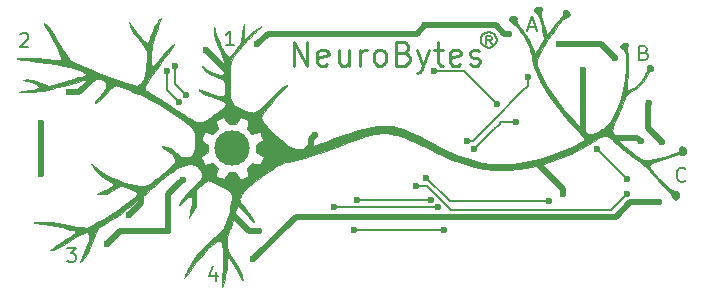
<source format=gbr>
G04 #@! TF.FileFunction,Copper,L1,Top,Signal*
%FSLAX46Y46*%
G04 Gerber Fmt 4.6, Leading zero omitted, Abs format (unit mm)*
G04 Created by KiCad (PCBNEW 4.0.7-e2-6376~58~ubuntu14.04.1) date Wed Aug  8 14:37:32 2018*
%MOMM*%
%LPD*%
G01*
G04 APERTURE LIST*
%ADD10C,0.100000*%
%ADD11C,0.285000*%
%ADD12C,0.170000*%
%ADD13C,0.140000*%
%ADD14C,0.010000*%
%ADD15C,3.000000*%
%ADD16C,0.600000*%
%ADD17C,0.500000*%
%ADD18C,0.200000*%
G04 APERTURE END LIST*
D10*
D11*
X155242856Y-83004762D02*
X155242856Y-81004762D01*
X156385714Y-83004762D01*
X156385714Y-81004762D01*
X158099999Y-82909524D02*
X157909523Y-83004762D01*
X157528571Y-83004762D01*
X157338094Y-82909524D01*
X157242856Y-82719048D01*
X157242856Y-81957143D01*
X157338094Y-81766667D01*
X157528571Y-81671429D01*
X157909523Y-81671429D01*
X158099999Y-81766667D01*
X158195237Y-81957143D01*
X158195237Y-82147619D01*
X157242856Y-82338095D01*
X159909523Y-81671429D02*
X159909523Y-83004762D01*
X159052380Y-81671429D02*
X159052380Y-82719048D01*
X159147619Y-82909524D01*
X159338095Y-83004762D01*
X159623809Y-83004762D01*
X159814285Y-82909524D01*
X159909523Y-82814286D01*
X160861904Y-83004762D02*
X160861904Y-81671429D01*
X160861904Y-82052381D02*
X160957143Y-81861905D01*
X161052381Y-81766667D01*
X161242857Y-81671429D01*
X161433333Y-81671429D01*
X162385714Y-83004762D02*
X162195238Y-82909524D01*
X162099999Y-82814286D01*
X162004761Y-82623810D01*
X162004761Y-82052381D01*
X162099999Y-81861905D01*
X162195238Y-81766667D01*
X162385714Y-81671429D01*
X162671428Y-81671429D01*
X162861904Y-81766667D01*
X162957142Y-81861905D01*
X163052380Y-82052381D01*
X163052380Y-82623810D01*
X162957142Y-82814286D01*
X162861904Y-82909524D01*
X162671428Y-83004762D01*
X162385714Y-83004762D01*
X164576190Y-81957143D02*
X164861904Y-82052381D01*
X164957143Y-82147619D01*
X165052381Y-82338095D01*
X165052381Y-82623810D01*
X164957143Y-82814286D01*
X164861904Y-82909524D01*
X164671428Y-83004762D01*
X163909523Y-83004762D01*
X163909523Y-81004762D01*
X164576190Y-81004762D01*
X164766666Y-81100000D01*
X164861904Y-81195238D01*
X164957143Y-81385714D01*
X164957143Y-81576190D01*
X164861904Y-81766667D01*
X164766666Y-81861905D01*
X164576190Y-81957143D01*
X163909523Y-81957143D01*
X165719047Y-81671429D02*
X166195238Y-83004762D01*
X166671428Y-81671429D02*
X166195238Y-83004762D01*
X166004762Y-83480952D01*
X165909523Y-83576190D01*
X165719047Y-83671429D01*
X167147619Y-81671429D02*
X167909524Y-81671429D01*
X167433333Y-81004762D02*
X167433333Y-82719048D01*
X167528572Y-82909524D01*
X167719048Y-83004762D01*
X167909524Y-83004762D01*
X169338095Y-82909524D02*
X169147619Y-83004762D01*
X168766667Y-83004762D01*
X168576190Y-82909524D01*
X168480952Y-82719048D01*
X168480952Y-81957143D01*
X168576190Y-81766667D01*
X168766667Y-81671429D01*
X169147619Y-81671429D01*
X169338095Y-81766667D01*
X169433333Y-81957143D01*
X169433333Y-82147619D01*
X168480952Y-82338095D01*
X170195238Y-82909524D02*
X170385715Y-83004762D01*
X170766667Y-83004762D01*
X170957143Y-82909524D01*
X171052381Y-82719048D01*
X171052381Y-82623810D01*
X170957143Y-82433333D01*
X170766667Y-82338095D01*
X170480953Y-82338095D01*
X170290476Y-82242857D01*
X170195238Y-82052381D01*
X170195238Y-81957143D01*
X170290476Y-81766667D01*
X170480953Y-81671429D01*
X170766667Y-81671429D01*
X170957143Y-81766667D01*
D12*
X188401429Y-92728571D02*
X188344286Y-92785714D01*
X188172857Y-92842857D01*
X188058571Y-92842857D01*
X187887143Y-92785714D01*
X187772857Y-92671429D01*
X187715714Y-92557143D01*
X187658571Y-92328571D01*
X187658571Y-92157143D01*
X187715714Y-91928571D01*
X187772857Y-91814286D01*
X187887143Y-91700000D01*
X188058571Y-91642857D01*
X188172857Y-91642857D01*
X188344286Y-91700000D01*
X188401429Y-91757143D01*
X184915714Y-81914286D02*
X185087143Y-81971429D01*
X185144286Y-82028571D01*
X185201429Y-82142857D01*
X185201429Y-82314286D01*
X185144286Y-82428571D01*
X185087143Y-82485714D01*
X184972857Y-82542857D01*
X184515714Y-82542857D01*
X184515714Y-81342857D01*
X184915714Y-81342857D01*
X185030000Y-81400000D01*
X185087143Y-81457143D01*
X185144286Y-81571429D01*
X185144286Y-81685714D01*
X185087143Y-81800000D01*
X185030000Y-81857143D01*
X184915714Y-81914286D01*
X184515714Y-81914286D01*
X175144286Y-79700000D02*
X175715715Y-79700000D01*
X175030001Y-80042857D02*
X175430001Y-78842857D01*
X175830001Y-80042857D01*
D13*
X171988095Y-81159524D02*
X171750000Y-80873810D01*
X171559524Y-81159524D02*
X171559524Y-80492857D01*
X171845238Y-80492857D01*
X171940476Y-80540476D01*
X171988095Y-80635714D01*
X171988095Y-80730952D01*
X171940476Y-80826190D01*
X171845238Y-80873810D01*
X171559524Y-80873810D01*
X171750000Y-80159524D02*
X171511905Y-80207143D01*
X171273809Y-80350000D01*
X171130952Y-80588095D01*
X171083333Y-80826190D01*
X171130952Y-81064286D01*
X171273809Y-81302381D01*
X171511905Y-81445238D01*
X171750000Y-81492857D01*
X171988095Y-81445238D01*
X172226190Y-81302381D01*
X172369047Y-81064286D01*
X172416667Y-80826190D01*
X172369047Y-80588095D01*
X172226190Y-80350000D01*
X171988095Y-80207143D01*
X171750000Y-80159524D01*
D12*
X148658572Y-100442857D02*
X148658572Y-101242857D01*
X148372858Y-99985714D02*
X148087143Y-100842857D01*
X148830001Y-100842857D01*
X136030001Y-98442857D02*
X136772858Y-98442857D01*
X136372858Y-98900000D01*
X136544286Y-98900000D01*
X136658572Y-98957143D01*
X136715715Y-99014286D01*
X136772858Y-99128571D01*
X136772858Y-99414286D01*
X136715715Y-99528571D01*
X136658572Y-99585714D01*
X136544286Y-99642857D01*
X136201429Y-99642857D01*
X136087143Y-99585714D01*
X136030001Y-99528571D01*
X132087143Y-80357143D02*
X132144286Y-80300000D01*
X132258572Y-80242857D01*
X132544286Y-80242857D01*
X132658572Y-80300000D01*
X132715715Y-80357143D01*
X132772858Y-80471429D01*
X132772858Y-80585714D01*
X132715715Y-80757143D01*
X132030001Y-81442857D01*
X132772858Y-81442857D01*
X150172858Y-81242857D02*
X149487143Y-81242857D01*
X149830001Y-81242857D02*
X149830001Y-80042857D01*
X149715715Y-80214286D01*
X149601429Y-80328571D01*
X149487143Y-80385714D01*
D14*
G36*
X176147847Y-78089849D02*
X176235863Y-78174485D01*
X176240887Y-78317544D01*
X176216950Y-78399851D01*
X176189055Y-78493438D01*
X176177166Y-78591668D01*
X176183749Y-78711742D01*
X176211268Y-78870861D01*
X176262191Y-79086227D01*
X176338983Y-79375041D01*
X176376060Y-79509800D01*
X176480338Y-79865665D01*
X176568852Y-80122049D01*
X176641942Y-80279786D01*
X176699950Y-80339709D01*
X176714961Y-80338539D01*
X176757595Y-80295725D01*
X176850849Y-80188167D01*
X176982496Y-80030949D01*
X177140306Y-79839155D01*
X177312050Y-79627869D01*
X177485500Y-79412175D01*
X177648427Y-79207157D01*
X177788602Y-79027900D01*
X177893797Y-78889486D01*
X177928576Y-78841557D01*
X178003871Y-78703674D01*
X178040829Y-78574915D01*
X178041600Y-78559617D01*
X178079369Y-78413121D01*
X178177058Y-78331868D01*
X178311240Y-78323003D01*
X178458486Y-78393670D01*
X178492092Y-78422254D01*
X178581299Y-78557093D01*
X178590571Y-78687160D01*
X178564622Y-78798858D01*
X178494150Y-78855770D01*
X178397200Y-78881544D01*
X178242356Y-78946193D01*
X178067816Y-79087092D01*
X177973083Y-79184436D01*
X177655191Y-79550054D01*
X177322593Y-79969577D01*
X176991095Y-80420330D01*
X176676500Y-80879637D01*
X176394613Y-81324823D01*
X176161239Y-81733210D01*
X176064834Y-81922401D01*
X175925508Y-82240399D01*
X175847158Y-82510540D01*
X175829019Y-82762778D01*
X175870324Y-83027067D01*
X175970310Y-83333360D01*
X176025265Y-83471204D01*
X176244713Y-83945781D01*
X176529750Y-84470650D01*
X176869634Y-85029054D01*
X177253624Y-85604231D01*
X177670975Y-86179423D01*
X178110946Y-86737872D01*
X178147801Y-86782532D01*
X178356368Y-87026652D01*
X178595311Y-87293636D01*
X178851843Y-87570420D01*
X179113177Y-87843941D01*
X179366524Y-88101137D01*
X179599098Y-88328943D01*
X179798110Y-88514296D01*
X179950773Y-88644134D01*
X180015262Y-88690239D01*
X180226420Y-88781325D01*
X180456354Y-88799649D01*
X180714674Y-88742853D01*
X181010992Y-88608577D01*
X181354919Y-88394463D01*
X181427938Y-88343499D01*
X181758607Y-88054325D01*
X182069892Y-87672730D01*
X182358259Y-87206646D01*
X182620175Y-86664007D01*
X182852106Y-86052749D01*
X183050519Y-85380804D01*
X183211881Y-84656107D01*
X183297357Y-84146008D01*
X183325832Y-83901086D01*
X183348870Y-83604927D01*
X183365919Y-83280152D01*
X183376431Y-82949379D01*
X183379855Y-82635230D01*
X183375640Y-82360325D01*
X183363238Y-82147284D01*
X183348501Y-82042930D01*
X183286538Y-81820552D01*
X183217331Y-81675097D01*
X183146642Y-81618354D01*
X183140836Y-81617999D01*
X183053005Y-81582132D01*
X182953387Y-81499117D01*
X182881301Y-81405838D01*
X182867600Y-81361690D01*
X182910209Y-81266211D01*
X183014849Y-81166357D01*
X183146739Y-81088570D01*
X183265470Y-81059200D01*
X183424018Y-81092328D01*
X183503971Y-81189265D01*
X183502689Y-81346336D01*
X183494506Y-81377710D01*
X183474389Y-81555680D01*
X183489830Y-81827255D01*
X183511059Y-81999000D01*
X183566153Y-82624179D01*
X183566356Y-83292910D01*
X183512270Y-83963637D01*
X183479256Y-84199933D01*
X183432528Y-84548568D01*
X183419420Y-84805115D01*
X183443990Y-84974690D01*
X183510299Y-85062410D01*
X183622406Y-85073393D01*
X183784371Y-85012754D01*
X184000253Y-84885610D01*
X184015424Y-84875707D01*
X184383812Y-84591501D01*
X184686643Y-84257473D01*
X184858434Y-84005600D01*
X184999209Y-83766797D01*
X185088605Y-83583344D01*
X185136602Y-83429610D01*
X185153177Y-83279964D01*
X185153600Y-83247429D01*
X185172384Y-83101435D01*
X185219230Y-82999678D01*
X185228091Y-82991017D01*
X185338290Y-82952814D01*
X185463701Y-82982356D01*
X185581077Y-83059734D01*
X185667172Y-83165037D01*
X185698738Y-83278353D01*
X185665622Y-83365752D01*
X185561597Y-83432753D01*
X185488077Y-83446800D01*
X185422995Y-83468015D01*
X185346911Y-83540470D01*
X185248929Y-83677379D01*
X185118155Y-83891954D01*
X185111180Y-83903896D01*
X184796793Y-84371738D01*
X184448878Y-84750703D01*
X184058194Y-85050569D01*
X183985200Y-85095369D01*
X183731713Y-85248814D01*
X183551441Y-85369198D01*
X183428451Y-85472202D01*
X183346811Y-85573505D01*
X183290588Y-85688785D01*
X183247378Y-85821489D01*
X183199800Y-85959574D01*
X183117819Y-86169921D01*
X183009664Y-86432568D01*
X182883567Y-86727554D01*
X182747756Y-87034918D01*
X182739351Y-87053600D01*
X182603142Y-87361463D01*
X182476146Y-87658565D01*
X182366608Y-87924838D01*
X182282774Y-88140214D01*
X182232887Y-88284627D01*
X182231198Y-88290440D01*
X182146317Y-88587481D01*
X182340643Y-88874640D01*
X182576933Y-89180630D01*
X182885154Y-89513548D01*
X183246070Y-89855468D01*
X183640448Y-90188469D01*
X184049054Y-90494626D01*
X184163000Y-90572834D01*
X184823400Y-91016555D01*
X185153600Y-91015817D01*
X185431607Y-90995644D01*
X185776347Y-90940692D01*
X186161836Y-90857732D01*
X186562091Y-90753532D01*
X186951129Y-90634862D01*
X187302964Y-90508493D01*
X187591615Y-90381193D01*
X187593904Y-90380034D01*
X187751281Y-90288203D01*
X187829027Y-90207086D01*
X187846000Y-90137447D01*
X187878767Y-89991151D01*
X187960528Y-89871224D01*
X188066471Y-89808467D01*
X188112508Y-89806609D01*
X188240385Y-89870574D01*
X188345396Y-90001260D01*
X188416204Y-90167626D01*
X188441470Y-90338635D01*
X188409859Y-90483247D01*
X188376420Y-90529122D01*
X188314713Y-90577105D01*
X188238178Y-90595329D01*
X188120934Y-90583963D01*
X187937100Y-90543179D01*
X187893260Y-90532307D01*
X187788322Y-90532572D01*
X187614833Y-90571584D01*
X187364477Y-90651567D01*
X187131260Y-90736031D01*
X186852885Y-90835012D01*
X186567326Y-90927700D01*
X186308915Y-91003442D01*
X186118800Y-91050211D01*
X185787130Y-91138013D01*
X185552386Y-91247416D01*
X185411712Y-91380887D01*
X185362251Y-91540894D01*
X185384685Y-91684231D01*
X185432102Y-91756469D01*
X185540980Y-91885834D01*
X185698851Y-92059758D01*
X185893249Y-92265671D01*
X186111708Y-92491005D01*
X186341762Y-92723191D01*
X186570945Y-92949660D01*
X186786791Y-93157843D01*
X186976832Y-93335172D01*
X187128604Y-93469078D01*
X187229639Y-93546992D01*
X187236400Y-93551176D01*
X187405464Y-93622343D01*
X187585008Y-93656814D01*
X187605957Y-93657410D01*
X187741064Y-93670103D01*
X187814271Y-93721896D01*
X187848782Y-93791917D01*
X187873698Y-93970438D01*
X187827989Y-94143239D01*
X187727313Y-94282607D01*
X187587332Y-94360834D01*
X187522768Y-94368800D01*
X187407253Y-94323855D01*
X187319257Y-94212435D01*
X187287199Y-94079728D01*
X187268828Y-94014683D01*
X187209023Y-93918789D01*
X187100751Y-93783645D01*
X186936979Y-93600845D01*
X186710672Y-93361987D01*
X186535479Y-93181656D01*
X186268986Y-92907289D01*
X185987935Y-92614711D01*
X185714250Y-92326965D01*
X185469858Y-92067094D01*
X185289099Y-91871743D01*
X185054486Y-91624386D01*
X184826809Y-91407269D01*
X184580694Y-91198532D01*
X184290769Y-90976319D01*
X184036931Y-90793071D01*
X183643953Y-90508455D01*
X183278333Y-90232403D01*
X182950831Y-89973718D01*
X182672203Y-89741205D01*
X182453207Y-89543668D01*
X182304599Y-89389913D01*
X182270810Y-89347530D01*
X182156880Y-89227711D01*
X181999975Y-89103914D01*
X181925478Y-89056153D01*
X181768475Y-88979316D01*
X181620682Y-88948360D01*
X181463031Y-88967321D01*
X181276456Y-89040233D01*
X181041888Y-89171132D01*
X180869520Y-89279608D01*
X179805419Y-89912794D01*
X178699876Y-90467329D01*
X177566379Y-90937594D01*
X176418418Y-91317967D01*
X175317800Y-91592813D01*
X174281882Y-91769588D01*
X173286884Y-91856885D01*
X172325039Y-91854402D01*
X171388579Y-91761835D01*
X170469736Y-91578882D01*
X169770113Y-91376476D01*
X169497290Y-91284236D01*
X169231318Y-91188134D01*
X168959235Y-91082569D01*
X168668076Y-90961940D01*
X168344878Y-90820644D01*
X167976676Y-90653080D01*
X167550507Y-90453648D01*
X167053407Y-90216744D01*
X166764000Y-90077570D01*
X166189465Y-89802785D01*
X165693849Y-89571058D01*
X165266135Y-89378181D01*
X164895308Y-89219943D01*
X164570352Y-89092133D01*
X164280251Y-88990543D01*
X164013988Y-88910961D01*
X163760549Y-88849179D01*
X163508917Y-88800984D01*
X163364500Y-88778334D01*
X163109655Y-88747822D01*
X162857626Y-88733494D01*
X162599915Y-88737515D01*
X162328018Y-88762049D01*
X162033436Y-88809260D01*
X161707668Y-88881311D01*
X161342212Y-88980368D01*
X160928568Y-89108592D01*
X160458235Y-89268150D01*
X159922712Y-89461204D01*
X159313497Y-89689918D01*
X158622091Y-89956457D01*
X158407400Y-90040198D01*
X157740458Y-90295860D01*
X157155412Y-90509055D01*
X156643265Y-90682706D01*
X156195017Y-90819742D01*
X155801670Y-90923085D01*
X155486400Y-90989847D01*
X155096943Y-91064041D01*
X154769781Y-91135138D01*
X154487784Y-91211134D01*
X154233824Y-91300025D01*
X153990774Y-91409809D01*
X153741503Y-91548481D01*
X153468886Y-91724039D01*
X153155792Y-91944479D01*
X152785094Y-92217797D01*
X152667000Y-92306123D01*
X152381241Y-92519925D01*
X152110366Y-92722018D01*
X151869043Y-92901502D01*
X151671940Y-93047478D01*
X151533724Y-93149047D01*
X151489751Y-93180869D01*
X151251785Y-93387241D01*
X151013388Y-93657696D01*
X150802757Y-93958834D01*
X150736617Y-94072977D01*
X150671167Y-94206716D01*
X150641000Y-94321603D01*
X150652570Y-94434285D01*
X150712332Y-94561407D01*
X150826738Y-94719616D01*
X151002244Y-94925557D01*
X151116910Y-95053833D01*
X151392217Y-95384795D01*
X151613795Y-95703452D01*
X151771496Y-95993742D01*
X151849555Y-96213728D01*
X151853882Y-96266620D01*
X151824004Y-96262678D01*
X151751458Y-96195077D01*
X151627783Y-96056997D01*
X151566048Y-95985128D01*
X151349006Y-95737524D01*
X151132769Y-95502880D01*
X150929420Y-95293159D01*
X150751045Y-95120325D01*
X150609729Y-94996341D01*
X150517556Y-94933171D01*
X150497798Y-94927600D01*
X150453586Y-94973618D01*
X150389666Y-95112911D01*
X150305318Y-95347330D01*
X150199823Y-95678731D01*
X150177243Y-95753100D01*
X150082911Y-96059543D01*
X149986448Y-96362080D01*
X149896502Y-96634315D01*
X149821717Y-96849854D01*
X149790363Y-96934200D01*
X149696680Y-97226889D01*
X149623633Y-97554600D01*
X149576387Y-97883414D01*
X149560104Y-98179414D01*
X149572339Y-98366496D01*
X149604352Y-98491572D01*
X149670856Y-98644962D01*
X149779642Y-98841315D01*
X149938500Y-99095278D01*
X150050682Y-99265788D01*
X150285884Y-99624979D01*
X150468408Y-99919369D01*
X150606852Y-100165196D01*
X150709813Y-100378701D01*
X150785891Y-100576123D01*
X150838623Y-100754019D01*
X150894316Y-100986437D01*
X150916012Y-101128138D01*
X150902569Y-101178650D01*
X150852844Y-101137503D01*
X150765694Y-101004225D01*
X150639975Y-100778343D01*
X150568561Y-100642600D01*
X150331384Y-100196994D01*
X150130444Y-99843938D01*
X149964099Y-99581706D01*
X149830709Y-99408573D01*
X149728632Y-99322813D01*
X149656228Y-99322700D01*
X149611856Y-99406509D01*
X149593876Y-99572513D01*
X149593300Y-99616898D01*
X149581877Y-99850564D01*
X149550852Y-100135604D01*
X149504407Y-100450533D01*
X149446726Y-100773866D01*
X149381991Y-101084119D01*
X149314384Y-101359809D01*
X149248088Y-101579449D01*
X149187286Y-101721556D01*
X149181845Y-101730403D01*
X149154200Y-101748842D01*
X149146564Y-101681473D01*
X149156996Y-101531600D01*
X149185288Y-101194250D01*
X149210092Y-100811339D01*
X149230855Y-100401940D01*
X149247023Y-99985130D01*
X149258045Y-99579986D01*
X149263366Y-99205582D01*
X149262434Y-98880996D01*
X149254695Y-98625303D01*
X149244948Y-98497666D01*
X149208756Y-98219089D01*
X149168675Y-98027233D01*
X149117964Y-97907258D01*
X149049880Y-97844325D01*
X148957681Y-97823594D01*
X148938501Y-97823200D01*
X148774143Y-97865941D01*
X148562814Y-97990668D01*
X148309632Y-98192133D01*
X148019712Y-98465086D01*
X147698171Y-98804281D01*
X147350124Y-99204469D01*
X146980688Y-99660402D01*
X146594978Y-100166833D01*
X146419094Y-100407544D01*
X146262799Y-100622548D01*
X146128099Y-100804860D01*
X146025754Y-100940153D01*
X145966520Y-101014100D01*
X145956516Y-101023600D01*
X145955796Y-100982230D01*
X145997838Y-100868699D01*
X146074669Y-100698871D01*
X146178319Y-100488610D01*
X146300814Y-100253782D01*
X146434183Y-100010251D01*
X146570455Y-99773881D01*
X146652455Y-99638611D01*
X146966176Y-99162874D01*
X147290692Y-98736512D01*
X147645875Y-98337396D01*
X148051597Y-97943401D01*
X148527728Y-97532400D01*
X148589518Y-97481720D01*
X148813466Y-97296080D01*
X149013799Y-97124749D01*
X149175156Y-96981270D01*
X149282175Y-96879189D01*
X149314732Y-96842302D01*
X149370433Y-96733218D01*
X149444912Y-96544437D01*
X149532098Y-96294774D01*
X149625922Y-96003048D01*
X149720315Y-95688075D01*
X149809208Y-95368673D01*
X149881083Y-95086390D01*
X149964136Y-94659736D01*
X149994631Y-94292911D01*
X149972655Y-93994207D01*
X149898296Y-93771917D01*
X149866793Y-93722723D01*
X149690064Y-93545744D01*
X149430069Y-93371431D01*
X149104722Y-93211687D01*
X149085600Y-93203690D01*
X148902005Y-93123338D01*
X148673127Y-93017281D01*
X148443954Y-92906437D01*
X148410569Y-92889808D01*
X148218380Y-92795405D01*
X148091611Y-92742072D01*
X148005318Y-92724443D01*
X147934555Y-92737150D01*
X147860783Y-92771504D01*
X147756794Y-92841323D01*
X147605848Y-92962414D01*
X147432866Y-93114244D01*
X147342014Y-93198970D01*
X146977400Y-93546720D01*
X146977400Y-94199060D01*
X146976154Y-94471710D01*
X146969688Y-94668204D01*
X146953904Y-94813980D01*
X146924705Y-94934476D01*
X146877995Y-95055131D01*
X146819171Y-95181600D01*
X146746888Y-95318472D01*
X146657390Y-95468447D01*
X146562081Y-95615405D01*
X146472366Y-95743226D01*
X146399649Y-95835791D01*
X146355334Y-95876979D01*
X146350826Y-95850672D01*
X146355123Y-95837519D01*
X146422309Y-95620138D01*
X146488913Y-95357301D01*
X146549339Y-95077295D01*
X146597992Y-94808402D01*
X146629277Y-94578909D01*
X146637597Y-94417100D01*
X146637302Y-94411151D01*
X146624055Y-94253215D01*
X146598181Y-94170054D01*
X146545422Y-94134854D01*
X146484802Y-94124386D01*
X146409356Y-94129964D01*
X146320557Y-94171118D01*
X146202465Y-94258827D01*
X146039141Y-94404069D01*
X145931666Y-94505386D01*
X145749132Y-94675604D01*
X145629279Y-94777218D01*
X145564898Y-94815366D01*
X145548782Y-94795188D01*
X145553239Y-94775200D01*
X145614263Y-94618214D01*
X145711773Y-94446984D01*
X145854067Y-94250923D01*
X146049445Y-94019443D01*
X146306204Y-93741957D01*
X146596427Y-93444337D01*
X146886883Y-93148689D01*
X147111064Y-92912171D01*
X147276454Y-92724039D01*
X147390537Y-92573553D01*
X147460797Y-92449969D01*
X147494718Y-92342546D01*
X147499784Y-92240540D01*
X147489420Y-92162562D01*
X147400980Y-91940803D01*
X147235223Y-91731554D01*
X147016339Y-91551713D01*
X146768515Y-91418179D01*
X146515940Y-91347850D01*
X146324604Y-91348799D01*
X146109401Y-91395954D01*
X145887655Y-91469099D01*
X145652051Y-91573163D01*
X145395276Y-91713078D01*
X145110015Y-91893774D01*
X144788957Y-92120182D01*
X144424786Y-92397232D01*
X144010189Y-92729855D01*
X143537853Y-93122982D01*
X143000464Y-93581542D01*
X142956481Y-93619443D01*
X142398028Y-94097344D01*
X141902248Y-94513185D01*
X141458388Y-94875133D01*
X141055696Y-95191351D01*
X140683419Y-95470003D01*
X140330805Y-95719255D01*
X139987102Y-95947270D01*
X139641556Y-96162213D01*
X139484400Y-96255786D01*
X139256497Y-96390807D01*
X139051589Y-96514064D01*
X138890275Y-96613038D01*
X138793157Y-96675210D01*
X138785611Y-96680438D01*
X138697392Y-96764256D01*
X138608405Y-96896575D01*
X138512791Y-97089433D01*
X138404686Y-97354870D01*
X138278230Y-97704923D01*
X138257399Y-97765231D01*
X138097569Y-98192274D01*
X137925694Y-98583896D01*
X137749695Y-98925068D01*
X137577495Y-99200760D01*
X137417015Y-99395943D01*
X137379854Y-99430228D01*
X137260528Y-99527262D01*
X137172885Y-99589213D01*
X137146580Y-99601200D01*
X137154984Y-99559205D01*
X137202855Y-99444987D01*
X137282271Y-99276194D01*
X137380902Y-99079063D01*
X137598784Y-98621042D01*
X137760904Y-98207629D01*
X137865364Y-97846275D01*
X137910266Y-97544429D01*
X137893711Y-97309542D01*
X137857012Y-97210260D01*
X137808279Y-97149349D01*
X137737042Y-97119698D01*
X137634694Y-97124748D01*
X137492631Y-97167942D01*
X137302246Y-97252723D01*
X137054935Y-97382534D01*
X136742093Y-97560817D01*
X136355113Y-97791015D01*
X136256648Y-97850496D01*
X135886738Y-98072432D01*
X135589206Y-98245686D01*
X135351137Y-98376778D01*
X135159614Y-98472230D01*
X135001721Y-98538562D01*
X134864543Y-98582295D01*
X134761587Y-98605290D01*
X134693565Y-98617236D01*
X134650122Y-98620313D01*
X134638825Y-98608574D01*
X134667240Y-98576071D01*
X134742932Y-98516857D01*
X134873468Y-98424985D01*
X135066412Y-98294506D01*
X135329332Y-98119474D01*
X135649000Y-97907709D01*
X135995763Y-97678103D01*
X136266529Y-97498036D01*
X136469848Y-97360711D01*
X136614272Y-97259330D01*
X136708352Y-97187095D01*
X136760639Y-97137206D01*
X136779685Y-97102868D01*
X136774042Y-97077280D01*
X136752260Y-97053646D01*
X136738888Y-97041288D01*
X136613186Y-96967368D01*
X136387325Y-96887707D01*
X136062568Y-96802584D01*
X135640176Y-96712278D01*
X135121413Y-96617069D01*
X134507540Y-96517235D01*
X134077350Y-96452792D01*
X133741356Y-96402704D01*
X133497138Y-96363138D01*
X133335650Y-96332042D01*
X133247848Y-96307367D01*
X133224689Y-96287061D01*
X133257127Y-96269075D01*
X133261400Y-96267805D01*
X133488436Y-96230333D01*
X133802514Y-96221328D01*
X134193427Y-96239848D01*
X134650967Y-96284947D01*
X135164928Y-96355681D01*
X135725101Y-96451105D01*
X136157000Y-96535741D01*
X136455868Y-96590858D01*
X136778610Y-96639762D01*
X137079791Y-96676041D01*
X137253639Y-96690501D01*
X137740679Y-96719463D01*
X138218839Y-96487182D01*
X138595198Y-96293030D01*
X139015089Y-96057020D01*
X139461268Y-95790433D01*
X139916490Y-95504549D01*
X140363510Y-95210650D01*
X140785083Y-94920017D01*
X141163964Y-94643931D01*
X141482908Y-94393673D01*
X141679017Y-94223628D01*
X141858213Y-94040462D01*
X141952866Y-93894485D01*
X141967109Y-93773294D01*
X141905077Y-93664490D01*
X141875198Y-93635094D01*
X141791505Y-93587439D01*
X141635265Y-93520829D01*
X141431718Y-93443896D01*
X141206102Y-93365269D01*
X140983654Y-93293579D01*
X140789614Y-93237456D01*
X140649218Y-93205529D01*
X140606720Y-93201340D01*
X140533996Y-93226518D01*
X140394076Y-93294559D01*
X140206466Y-93395363D01*
X139990672Y-93518830D01*
X139969918Y-93531073D01*
X139697103Y-93688353D01*
X139485865Y-93797043D01*
X139313158Y-93864775D01*
X139155933Y-93899181D01*
X138991142Y-93907895D01*
X138849264Y-93902196D01*
X138595400Y-93886200D01*
X139128800Y-93611398D01*
X139489021Y-93421974D01*
X139757911Y-93271807D01*
X139937362Y-93159752D01*
X140029264Y-93084663D01*
X140043200Y-93057860D01*
X140002050Y-93017289D01*
X139891024Y-92939357D01*
X139728759Y-92836587D01*
X139595847Y-92757264D01*
X139190480Y-92508511D01*
X138867319Y-92280140D01*
X138612452Y-92059616D01*
X138411964Y-91834406D01*
X138251943Y-91591974D01*
X138204502Y-91503826D01*
X138103109Y-91305852D01*
X138273054Y-91444514D01*
X138775537Y-91834481D01*
X139246342Y-92154401D01*
X139710550Y-92418497D01*
X140193240Y-92640988D01*
X140719493Y-92836098D01*
X140738152Y-92842320D01*
X141318321Y-93017923D01*
X141820808Y-93132664D01*
X142249019Y-93186890D01*
X142606361Y-93180952D01*
X142896242Y-93115198D01*
X142991895Y-93073341D01*
X143107090Y-92999817D01*
X143269426Y-92877524D01*
X143451989Y-92727254D01*
X143543080Y-92647556D01*
X143729121Y-92484458D01*
X143965297Y-92282331D01*
X144222557Y-92065803D01*
X144471850Y-91859502D01*
X144494582Y-91840906D01*
X144768243Y-91611479D01*
X144967040Y-91428256D01*
X145099451Y-91279332D01*
X145173954Y-91152803D01*
X145199029Y-91036763D01*
X145183152Y-90919310D01*
X145173530Y-90887576D01*
X145083493Y-90721936D01*
X144922558Y-90529389D01*
X144710230Y-90329396D01*
X144466011Y-90141417D01*
X144348500Y-90064441D01*
X144201720Y-89970385D01*
X144096843Y-89896762D01*
X144056402Y-89859398D01*
X144056400Y-89859286D01*
X144099857Y-89844663D01*
X144212563Y-89857816D01*
X144368016Y-89892541D01*
X144539716Y-89942632D01*
X144701161Y-90001884D01*
X144742200Y-90019859D01*
X144899840Y-90110112D01*
X145093987Y-90246682D01*
X145289218Y-90404132D01*
X145340112Y-90449276D01*
X145684024Y-90761999D01*
X146051312Y-90761251D01*
X146295864Y-90751599D01*
X146404521Y-90731120D01*
X147409054Y-90731120D01*
X147427712Y-90804188D01*
X147476591Y-90939781D01*
X147539729Y-91095615D01*
X147670550Y-91403831D01*
X148025197Y-91327685D01*
X148379845Y-91251539D01*
X148790874Y-91662568D01*
X148729069Y-91960280D01*
X148692225Y-92129917D01*
X148660609Y-92261919D01*
X148644909Y-92316249D01*
X148678068Y-92357560D01*
X148779015Y-92421389D01*
X148920412Y-92494568D01*
X149074917Y-92563933D01*
X149215192Y-92616316D01*
X149313898Y-92638553D01*
X149314200Y-92638565D01*
X149364191Y-92599366D01*
X149447701Y-92494477D01*
X149547204Y-92346053D01*
X149553304Y-92336240D01*
X149741609Y-92032000D01*
X150308029Y-92032000D01*
X150496914Y-92334503D01*
X150597386Y-92484939D01*
X150682697Y-92594042D01*
X150735127Y-92639267D01*
X150736600Y-92639449D01*
X150806279Y-92622010D01*
X150939801Y-92573967D01*
X151105785Y-92506748D01*
X151287407Y-92421130D01*
X151382534Y-92352789D01*
X151402927Y-92293156D01*
X151402320Y-92290702D01*
X151379152Y-92197177D01*
X151343465Y-92045200D01*
X151318836Y-91937546D01*
X151257201Y-91665292D01*
X151665966Y-91256527D01*
X152000335Y-91319617D01*
X152174173Y-91352614D01*
X152305579Y-91377920D01*
X152365125Y-91389854D01*
X152398135Y-91350283D01*
X152457397Y-91239188D01*
X152531012Y-91079206D01*
X152542830Y-91051752D01*
X152690113Y-90706504D01*
X152087393Y-90330200D01*
X152085096Y-90015812D01*
X152082800Y-89701425D01*
X152384358Y-89515293D01*
X152525991Y-89428241D01*
X152611693Y-89362173D01*
X152645604Y-89293118D01*
X152631867Y-89197103D01*
X152574621Y-89050156D01*
X152495888Y-88869700D01*
X152432612Y-88733570D01*
X152383833Y-88646068D01*
X152367157Y-88628400D01*
X152309220Y-88639053D01*
X152179968Y-88667029D01*
X152006981Y-88706353D01*
X152000950Y-88707750D01*
X151658795Y-88787101D01*
X151457699Y-88586005D01*
X151256603Y-88384908D01*
X151339913Y-88015999D01*
X151378301Y-87837820D01*
X151403522Y-87704495D01*
X151410928Y-87640984D01*
X151410111Y-87638943D01*
X151316930Y-87592259D01*
X151174992Y-87532712D01*
X151013958Y-87471248D01*
X150863488Y-87418811D01*
X150753243Y-87386344D01*
X150713977Y-87382083D01*
X150668848Y-87435438D01*
X150590178Y-87550494D01*
X150504275Y-87687266D01*
X150334133Y-87968000D01*
X150027366Y-87967440D01*
X149720600Y-87966881D01*
X149532233Y-87662541D01*
X149343866Y-87358200D01*
X149080315Y-87462082D01*
X148874855Y-87543051D01*
X148747673Y-87604134D01*
X148684534Y-87667448D01*
X148671202Y-87755105D01*
X148693442Y-87889221D01*
X148721794Y-88019047D01*
X148799260Y-88379845D01*
X148392004Y-88787101D01*
X148044161Y-88706431D01*
X147867452Y-88671689D01*
X147731355Y-88656531D01*
X147663883Y-88663988D01*
X147662663Y-88665180D01*
X147621203Y-88738077D01*
X147561176Y-88869375D01*
X147496773Y-89024418D01*
X147442185Y-89168550D01*
X147411606Y-89267116D01*
X147409200Y-89284121D01*
X147448659Y-89336557D01*
X147552229Y-89423890D01*
X147697698Y-89527435D01*
X147701300Y-89529819D01*
X147993400Y-89722830D01*
X148023596Y-90295614D01*
X147716398Y-90485227D01*
X147564749Y-90586200D01*
X147454936Y-90673373D01*
X147409271Y-90728892D01*
X147409054Y-90731120D01*
X146404521Y-90731120D01*
X146484713Y-90716006D01*
X146625768Y-90642830D01*
X146726937Y-90520430D01*
X146796127Y-90337167D01*
X146841248Y-90081399D01*
X146870207Y-89741486D01*
X146880921Y-89540081D01*
X146894575Y-89196142D01*
X146893251Y-88923412D01*
X146867870Y-88704070D01*
X146809351Y-88520296D01*
X146708615Y-88354270D01*
X146556582Y-88188171D01*
X146344173Y-88004180D01*
X146062307Y-87784476D01*
X145938549Y-87690530D01*
X145229415Y-87182585D01*
X144452853Y-86678397D01*
X143641748Y-86197840D01*
X142828985Y-85760789D01*
X142380000Y-85539905D01*
X142116952Y-85419290D01*
X141816355Y-85288090D01*
X141496880Y-85153770D01*
X141177197Y-85023794D01*
X140875976Y-84905628D01*
X140611889Y-84806735D01*
X140403606Y-84734581D01*
X140271800Y-84697042D01*
X140167061Y-84689758D01*
X140059897Y-84718903D01*
X139937762Y-84793566D01*
X139788112Y-84922835D01*
X139598401Y-85115797D01*
X139410182Y-85321217D01*
X139100010Y-85649321D01*
X138828629Y-85901977D01*
X138600566Y-86075326D01*
X138420349Y-86165508D01*
X138419530Y-86165757D01*
X138373212Y-86169686D01*
X138380246Y-86132092D01*
X138446503Y-86043523D01*
X138577857Y-85894529D01*
X138609801Y-85859544D01*
X138930476Y-85483897D01*
X139162060Y-85154255D01*
X139304459Y-84870947D01*
X139357578Y-84634304D01*
X139321321Y-84444656D01*
X139195592Y-84302334D01*
X139076722Y-84239615D01*
X138870609Y-84171752D01*
X138650293Y-84131327D01*
X138404326Y-84119627D01*
X138121261Y-84137937D01*
X137789651Y-84187542D01*
X137398049Y-84269728D01*
X136935007Y-84385779D01*
X136389080Y-84536981D01*
X136363818Y-84544220D01*
X135756924Y-84715356D01*
X135230164Y-84856468D01*
X134767574Y-84970505D01*
X134353186Y-85060418D01*
X133971036Y-85129155D01*
X133605157Y-85179666D01*
X133239583Y-85214900D01*
X132858350Y-85237807D01*
X132550200Y-85248735D01*
X132264660Y-85255173D01*
X132068532Y-85256011D01*
X131963473Y-85250395D01*
X131951142Y-85237472D01*
X132033198Y-85216389D01*
X132211297Y-85186293D01*
X132487100Y-85146330D01*
X132842734Y-85098237D01*
X133184495Y-85048121D01*
X133432001Y-84998739D01*
X133592477Y-84945870D01*
X133673145Y-84885295D01*
X133681231Y-84812795D01*
X133623958Y-84724150D01*
X133572537Y-84671953D01*
X133455757Y-84595215D01*
X133268026Y-84507243D01*
X133037587Y-84418788D01*
X132792680Y-84340601D01*
X132561548Y-84283434D01*
X132541849Y-84279585D01*
X132347000Y-84242536D01*
X132499400Y-84200642D01*
X132648773Y-84182466D01*
X132848882Y-84199382D01*
X133109815Y-84253510D01*
X133441663Y-84346973D01*
X133854515Y-84481893D01*
X133882857Y-84491619D01*
X134555114Y-84722873D01*
X135483057Y-84445073D01*
X135918998Y-84315397D01*
X136274039Y-84211932D01*
X136564185Y-84130374D01*
X136805445Y-84066416D01*
X137013827Y-84015755D01*
X137205337Y-83974085D01*
X137315934Y-83952159D01*
X137520246Y-83897231D01*
X137626828Y-83827651D01*
X137638953Y-83739759D01*
X137582875Y-83653840D01*
X137421058Y-83530563D01*
X137159130Y-83406854D01*
X136798573Y-83283057D01*
X136340873Y-83159513D01*
X135787515Y-83036568D01*
X135139982Y-82914562D01*
X134399759Y-82793840D01*
X133568332Y-82674745D01*
X133058200Y-82608228D01*
X132732605Y-82566550D01*
X132434791Y-82527328D01*
X132181853Y-82492902D01*
X131990884Y-82465609D01*
X131878980Y-82447790D01*
X131864400Y-82444875D01*
X131795113Y-82424604D01*
X131804457Y-82405241D01*
X131901747Y-82377399D01*
X131940600Y-82368085D01*
X132102942Y-82346666D01*
X132345732Y-82336362D01*
X132648530Y-82336265D01*
X132990896Y-82345467D01*
X133352392Y-82363058D01*
X133712578Y-82388131D01*
X134051015Y-82419777D01*
X134347264Y-82457088D01*
X134495293Y-82481635D01*
X134748739Y-82524128D01*
X134987898Y-82555617D01*
X135182137Y-82572534D01*
X135282693Y-82573323D01*
X135421513Y-82554598D01*
X135488804Y-82513107D01*
X135514204Y-82433032D01*
X135511230Y-82303657D01*
X135481694Y-82140356D01*
X135471500Y-82102832D01*
X135408921Y-81933494D01*
X135302479Y-81694081D01*
X135160805Y-81401507D01*
X134992529Y-81072685D01*
X134806281Y-80724531D01*
X134610691Y-80373957D01*
X134438304Y-80077901D01*
X134308089Y-79852946D01*
X134204830Y-79662218D01*
X134136084Y-79520723D01*
X134109406Y-79443463D01*
X134113856Y-79433599D01*
X134203638Y-79475833D01*
X134332820Y-79593997D01*
X134491316Y-79775291D01*
X134669042Y-80006910D01*
X134855910Y-80276052D01*
X135041837Y-80569915D01*
X135137636Y-80733213D01*
X135433715Y-81242008D01*
X135695102Y-81666199D01*
X135928642Y-82013902D01*
X136141185Y-82293234D01*
X136339577Y-82512311D01*
X136530666Y-82679248D01*
X136721300Y-82802163D01*
X136918327Y-82889169D01*
X136971696Y-82906990D01*
X137109211Y-82955543D01*
X137321072Y-83037059D01*
X137588456Y-83143978D01*
X137892542Y-83268740D01*
X138214505Y-83403783D01*
X138316000Y-83446978D01*
X138961559Y-83717676D01*
X139563552Y-83960027D01*
X140115711Y-84171907D01*
X140611771Y-84351188D01*
X141045464Y-84495744D01*
X141410525Y-84603450D01*
X141700686Y-84672179D01*
X141909682Y-84699806D01*
X141995683Y-84695373D01*
X142215192Y-84603703D01*
X142400072Y-84420701D01*
X142546797Y-84151758D01*
X142651840Y-83802266D01*
X142680141Y-83649161D01*
X142702886Y-83475478D01*
X142728917Y-83229968D01*
X142755373Y-82942218D01*
X142779392Y-82641813D01*
X142784655Y-82568563D01*
X142805300Y-82244985D01*
X142811017Y-81999737D01*
X142795327Y-81809902D01*
X142751750Y-81652562D01*
X142673809Y-81504800D01*
X142555024Y-81343699D01*
X142388917Y-81146340D01*
X142379503Y-81135400D01*
X142029467Y-80710651D01*
X141755131Y-80335912D01*
X141550203Y-80001187D01*
X141408394Y-79696483D01*
X141340379Y-79484400D01*
X141307829Y-79357400D01*
X141399414Y-79464939D01*
X141467833Y-79551524D01*
X141577518Y-79697129D01*
X141710754Y-79878047D01*
X141795800Y-79995310D01*
X141991611Y-80254355D01*
X142193737Y-80499756D01*
X142390227Y-80719110D01*
X142569130Y-80900013D01*
X142718497Y-81030062D01*
X142826376Y-81096854D01*
X142862451Y-81102403D01*
X142918087Y-81059863D01*
X142981068Y-80946244D01*
X143056527Y-80750828D01*
X143114147Y-80576600D01*
X143303795Y-80043795D01*
X143502767Y-79610063D01*
X143710611Y-79276346D01*
X143779746Y-79189870D01*
X143884350Y-79075296D01*
X143961217Y-79004935D01*
X143988453Y-78993120D01*
X143978731Y-79045390D01*
X143938238Y-79176632D01*
X143872354Y-79370870D01*
X143786460Y-79612126D01*
X143709636Y-79821049D01*
X143545244Y-80272462D01*
X143417277Y-80651288D01*
X143320926Y-80977797D01*
X143251384Y-81272260D01*
X143203843Y-81554949D01*
X143173496Y-81846132D01*
X143155951Y-82155596D01*
X143147867Y-82491706D01*
X143155686Y-82737639D01*
X143181278Y-82903841D01*
X143226511Y-83000761D01*
X143293254Y-83038845D01*
X143314218Y-83040400D01*
X143391461Y-83001104D01*
X143514088Y-82892632D01*
X143669310Y-82729101D01*
X143844337Y-82524630D01*
X144026379Y-82293338D01*
X144171863Y-82093645D01*
X144417661Y-81768300D01*
X144643791Y-81525268D01*
X144863896Y-81350878D01*
X144981615Y-81282207D01*
X145143458Y-81198514D01*
X145049058Y-81342587D01*
X144992750Y-81422831D01*
X144885077Y-81571171D01*
X144735709Y-81774480D01*
X144554317Y-82019630D01*
X144350572Y-82293495D01*
X144203259Y-82490675D01*
X143822411Y-83003587D01*
X143502238Y-83444111D01*
X143238889Y-83818340D01*
X143028514Y-84132366D01*
X142867263Y-84392281D01*
X142751286Y-84604178D01*
X142676733Y-84774149D01*
X142639753Y-84908287D01*
X142634000Y-84973892D01*
X142644218Y-85054110D01*
X142687651Y-85119746D01*
X142783467Y-85188551D01*
X142950833Y-85278272D01*
X142976900Y-85291420D01*
X143148938Y-85380203D01*
X143323357Y-85475731D01*
X143511308Y-85584999D01*
X143723946Y-85715003D01*
X143972424Y-85872740D01*
X144267894Y-86065206D01*
X144621511Y-86299395D01*
X145044428Y-86582305D01*
X145178811Y-86672566D01*
X145632545Y-86974812D01*
X146013552Y-87221755D01*
X146331056Y-87418148D01*
X146594282Y-87568746D01*
X146812453Y-87678299D01*
X146994792Y-87751562D01*
X147150525Y-87793288D01*
X147288875Y-87808228D01*
X147377552Y-87805529D01*
X147556057Y-87776244D01*
X147721581Y-87710265D01*
X147913792Y-87591096D01*
X147944182Y-87569868D01*
X148109876Y-87453549D01*
X148329060Y-87300406D01*
X148571670Y-87131413D01*
X148780800Y-86986157D01*
X149074294Y-86771654D01*
X149279430Y-86595992D01*
X149400206Y-86455671D01*
X149414660Y-86431410D01*
X149515120Y-86246558D01*
X149396803Y-86120616D01*
X149293932Y-86046252D01*
X149110325Y-85959071D01*
X148839271Y-85856199D01*
X148559743Y-85762220D01*
X148117347Y-85608766D01*
X147760375Y-85462645D01*
X147492935Y-85325874D01*
X147319136Y-85200465D01*
X147256794Y-85123190D01*
X147224757Y-85058996D01*
X147227272Y-85031422D01*
X147280450Y-85041645D01*
X147400400Y-85090845D01*
X147517178Y-85142240D01*
X147867811Y-85284351D01*
X148215532Y-85401928D01*
X148545306Y-85491924D01*
X148842096Y-85551298D01*
X149090866Y-85577003D01*
X149276581Y-85565997D01*
X149380239Y-85519440D01*
X149413040Y-85434766D01*
X149434067Y-85276571D01*
X149443639Y-85072212D01*
X149442075Y-84849046D01*
X149429693Y-84634428D01*
X149406814Y-84455717D01*
X149373755Y-84340268D01*
X149366346Y-84327738D01*
X149291117Y-84265177D01*
X149143955Y-84176744D01*
X148947049Y-84074830D01*
X148751216Y-83984258D01*
X148326971Y-83786400D01*
X147998649Y-83605920D01*
X147762514Y-83440425D01*
X147614833Y-83287520D01*
X147582570Y-83235034D01*
X147497067Y-83069689D01*
X147618233Y-83155959D01*
X147904258Y-83342239D01*
X148206894Y-83509488D01*
X148504049Y-83647798D01*
X148773634Y-83747263D01*
X148993557Y-83797974D01*
X149059573Y-83802399D01*
X149204343Y-83782075D01*
X149303049Y-83712886D01*
X149361056Y-83582507D01*
X149383727Y-83378613D01*
X149376428Y-83088880D01*
X149375646Y-83076232D01*
X149355433Y-82842872D01*
X149322016Y-82631316D01*
X149268688Y-82418527D01*
X149188746Y-82181468D01*
X149075483Y-81897101D01*
X148942869Y-81589304D01*
X148762379Y-81146844D01*
X148617541Y-80725606D01*
X148514925Y-80346850D01*
X148461101Y-80031832D01*
X148460894Y-80029720D01*
X148453846Y-79863725D01*
X148468216Y-79778451D01*
X148497603Y-79780011D01*
X148535606Y-79874522D01*
X148552364Y-79942349D01*
X148597192Y-80099506D01*
X148674569Y-80324252D01*
X148774684Y-80591829D01*
X148887725Y-80877481D01*
X149003881Y-81156448D01*
X149113338Y-81403973D01*
X149206286Y-81595299D01*
X149210928Y-81604082D01*
X149351208Y-81855053D01*
X149467171Y-82029447D01*
X149572279Y-82145000D01*
X149676685Y-82217691D01*
X149749421Y-82240776D01*
X149821970Y-82213523D01*
X149922006Y-82122913D01*
X149957738Y-82085450D01*
X150091180Y-81934676D01*
X150247719Y-81744632D01*
X150408219Y-81540089D01*
X150553545Y-81345816D01*
X150664559Y-81186583D01*
X150710904Y-81110553D01*
X150743968Y-81010675D01*
X150781984Y-80836695D01*
X150819616Y-80615586D01*
X150844189Y-80436593D01*
X150887050Y-80122400D01*
X150931212Y-79859468D01*
X150974043Y-79659784D01*
X151012913Y-79535331D01*
X151045188Y-79498095D01*
X151049612Y-79501079D01*
X151055617Y-79559675D01*
X151050688Y-79696865D01*
X151036028Y-79890368D01*
X151019550Y-80057402D01*
X150992789Y-80360077D01*
X150988415Y-80571466D01*
X151006934Y-80699497D01*
X151048848Y-80752099D01*
X151063869Y-80754400D01*
X151114044Y-80722706D01*
X151224216Y-80636198D01*
X151378600Y-80507734D01*
X151561411Y-80350175D01*
X151579330Y-80334471D01*
X151844518Y-80108261D01*
X152077079Y-79922733D01*
X152266140Y-79785888D01*
X152400826Y-79705726D01*
X152458411Y-79687599D01*
X152437241Y-79720990D01*
X152355762Y-79812424D01*
X152226193Y-79948797D01*
X152060753Y-80117006D01*
X152020238Y-80157499D01*
X151823821Y-80356553D01*
X151582176Y-80606570D01*
X151318425Y-80883340D01*
X151055685Y-81162652D01*
X150888284Y-81342889D01*
X150594891Y-81667579D01*
X150357860Y-81951767D01*
X150171619Y-82211926D01*
X150030593Y-82464529D01*
X149929211Y-82726049D01*
X149861900Y-83012960D01*
X149823086Y-83341733D01*
X149807197Y-83728843D01*
X149808659Y-84190763D01*
X149815622Y-84513600D01*
X149826234Y-84858731D01*
X149839519Y-85182476D01*
X149854470Y-85466575D01*
X149870076Y-85692770D01*
X149885329Y-85842804D01*
X149890998Y-85876895D01*
X149988219Y-86107020D01*
X150174621Y-86328898D01*
X150437788Y-86533939D01*
X150765301Y-86713553D01*
X151144744Y-86859148D01*
X151416309Y-86932143D01*
X151627972Y-86971772D01*
X151807155Y-86980113D01*
X151970032Y-86949397D01*
X152132775Y-86871857D01*
X152311557Y-86739727D01*
X152522552Y-86545239D01*
X152781932Y-86280626D01*
X152789601Y-86272600D01*
X153152560Y-85894587D01*
X153454561Y-85584822D01*
X153702919Y-85336310D01*
X153904948Y-85142055D01*
X154067961Y-84995063D01*
X154199274Y-84888337D01*
X154306199Y-84814884D01*
X154326105Y-84803109D01*
X154505959Y-84704179D01*
X154622285Y-84652172D01*
X154673516Y-84650770D01*
X154658085Y-84703653D01*
X154574425Y-84814504D01*
X154420970Y-84987003D01*
X154196151Y-85224832D01*
X154107431Y-85316834D01*
X153656651Y-85794090D01*
X153276815Y-86220476D01*
X152969553Y-86593842D01*
X152736498Y-86912034D01*
X152579277Y-87172900D01*
X152499522Y-87374289D01*
X152489200Y-87453277D01*
X152528421Y-87573247D01*
X152644050Y-87752899D01*
X152833037Y-87988601D01*
X153092332Y-88276721D01*
X153418884Y-88613624D01*
X153677846Y-88868776D01*
X154054036Y-89225835D01*
X154376492Y-89511642D01*
X154657253Y-89732387D01*
X154908355Y-89894256D01*
X155141836Y-90003439D01*
X155369734Y-90066122D01*
X155604085Y-90088494D01*
X155856928Y-90076743D01*
X155994892Y-90059885D01*
X156190385Y-90027518D01*
X156396138Y-89982788D01*
X156624049Y-89921804D01*
X156886012Y-89840679D01*
X157193923Y-89735522D01*
X157559679Y-89602446D01*
X157995175Y-89437561D01*
X158512308Y-89236977D01*
X158513902Y-89236354D01*
X159171424Y-88983495D01*
X159749890Y-88771124D01*
X160261895Y-88595875D01*
X160720032Y-88454384D01*
X161136897Y-88343286D01*
X161525082Y-88259218D01*
X161897182Y-88198814D01*
X162265792Y-88158710D01*
X162632861Y-88135983D01*
X162964459Y-88127938D01*
X163273500Y-88135235D01*
X163570609Y-88161404D01*
X163866412Y-88209969D01*
X164171538Y-88284458D01*
X164496611Y-88388398D01*
X164852259Y-88525315D01*
X165249109Y-88698737D01*
X165697786Y-88912190D01*
X166208918Y-89169202D01*
X166793131Y-89473299D01*
X167014203Y-89590113D01*
X167560876Y-89875972D01*
X168037346Y-90116159D01*
X168459971Y-90318204D01*
X168845104Y-90489635D01*
X169209101Y-90637983D01*
X169568317Y-90770778D01*
X169611694Y-90785961D01*
X170433473Y-91041919D01*
X171220691Y-91222485D01*
X172001086Y-91332527D01*
X172802396Y-91376915D01*
X172987000Y-91378353D01*
X173703667Y-91351003D01*
X174436136Y-91267755D01*
X175194635Y-91126117D01*
X175989395Y-90923598D01*
X176830645Y-90657706D01*
X177728616Y-90325951D01*
X178352438Y-90071758D01*
X178785320Y-89886076D01*
X179130426Y-89729605D01*
X179395754Y-89597653D01*
X179589305Y-89485527D01*
X179719077Y-89388533D01*
X179793070Y-89301980D01*
X179819284Y-89221174D01*
X179819600Y-89211079D01*
X179786564Y-89148180D01*
X179695578Y-89026762D01*
X179558826Y-88861817D01*
X179388491Y-88668340D01*
X179298900Y-88570301D01*
X178567981Y-87759600D01*
X177920252Y-86997038D01*
X177352470Y-86277354D01*
X176861390Y-85595284D01*
X176443769Y-84945566D01*
X176096362Y-84322938D01*
X175815927Y-83722138D01*
X175599218Y-83137903D01*
X175442993Y-82564972D01*
X175373289Y-82202025D01*
X175331419Y-81967256D01*
X175285042Y-81746926D01*
X175241977Y-81577013D01*
X175227602Y-81531713D01*
X175097107Y-81216085D01*
X174924749Y-80879144D01*
X174722286Y-80537527D01*
X174501479Y-80207872D01*
X174274086Y-79906816D01*
X174051867Y-79650997D01*
X173846582Y-79457052D01*
X173684404Y-79348360D01*
X173534709Y-79236624D01*
X173472861Y-79106981D01*
X173493144Y-78981122D01*
X173589840Y-78880739D01*
X173757231Y-78827526D01*
X173822608Y-78824000D01*
X173999048Y-78850635D01*
X174092501Y-78933554D01*
X174107403Y-79077275D01*
X174102301Y-79108827D01*
X174099430Y-79175592D01*
X174120547Y-79256284D01*
X174173313Y-79364902D01*
X174265386Y-79515441D01*
X174404427Y-79721899D01*
X174558058Y-79941600D01*
X174835606Y-80345009D01*
X175055903Y-80689726D01*
X175228768Y-80993371D01*
X175364024Y-81273564D01*
X175471493Y-81547925D01*
X175499267Y-81630148D01*
X175559820Y-81802803D01*
X175613474Y-81933664D01*
X175649146Y-81995859D01*
X175650474Y-81996821D01*
X175688032Y-81963865D01*
X175764979Y-81856835D01*
X175871563Y-81690585D01*
X175998032Y-81479965D01*
X176058006Y-81376118D01*
X176426179Y-80731091D01*
X176365036Y-80349045D01*
X176303140Y-80007433D01*
X176229459Y-79673227D01*
X176148563Y-79361079D01*
X176065019Y-79085643D01*
X175983395Y-78861571D01*
X175908259Y-78703518D01*
X175844178Y-78626135D01*
X175826284Y-78620799D01*
X175738071Y-78584958D01*
X175638221Y-78501971D01*
X175566064Y-78408646D01*
X175552400Y-78364490D01*
X175596336Y-78263202D01*
X175705833Y-78163128D01*
X175847420Y-78088188D01*
X175975670Y-78062000D01*
X176147847Y-78089849D01*
X176147847Y-78089849D01*
G37*
X176147847Y-78089849D02*
X176235863Y-78174485D01*
X176240887Y-78317544D01*
X176216950Y-78399851D01*
X176189055Y-78493438D01*
X176177166Y-78591668D01*
X176183749Y-78711742D01*
X176211268Y-78870861D01*
X176262191Y-79086227D01*
X176338983Y-79375041D01*
X176376060Y-79509800D01*
X176480338Y-79865665D01*
X176568852Y-80122049D01*
X176641942Y-80279786D01*
X176699950Y-80339709D01*
X176714961Y-80338539D01*
X176757595Y-80295725D01*
X176850849Y-80188167D01*
X176982496Y-80030949D01*
X177140306Y-79839155D01*
X177312050Y-79627869D01*
X177485500Y-79412175D01*
X177648427Y-79207157D01*
X177788602Y-79027900D01*
X177893797Y-78889486D01*
X177928576Y-78841557D01*
X178003871Y-78703674D01*
X178040829Y-78574915D01*
X178041600Y-78559617D01*
X178079369Y-78413121D01*
X178177058Y-78331868D01*
X178311240Y-78323003D01*
X178458486Y-78393670D01*
X178492092Y-78422254D01*
X178581299Y-78557093D01*
X178590571Y-78687160D01*
X178564622Y-78798858D01*
X178494150Y-78855770D01*
X178397200Y-78881544D01*
X178242356Y-78946193D01*
X178067816Y-79087092D01*
X177973083Y-79184436D01*
X177655191Y-79550054D01*
X177322593Y-79969577D01*
X176991095Y-80420330D01*
X176676500Y-80879637D01*
X176394613Y-81324823D01*
X176161239Y-81733210D01*
X176064834Y-81922401D01*
X175925508Y-82240399D01*
X175847158Y-82510540D01*
X175829019Y-82762778D01*
X175870324Y-83027067D01*
X175970310Y-83333360D01*
X176025265Y-83471204D01*
X176244713Y-83945781D01*
X176529750Y-84470650D01*
X176869634Y-85029054D01*
X177253624Y-85604231D01*
X177670975Y-86179423D01*
X178110946Y-86737872D01*
X178147801Y-86782532D01*
X178356368Y-87026652D01*
X178595311Y-87293636D01*
X178851843Y-87570420D01*
X179113177Y-87843941D01*
X179366524Y-88101137D01*
X179599098Y-88328943D01*
X179798110Y-88514296D01*
X179950773Y-88644134D01*
X180015262Y-88690239D01*
X180226420Y-88781325D01*
X180456354Y-88799649D01*
X180714674Y-88742853D01*
X181010992Y-88608577D01*
X181354919Y-88394463D01*
X181427938Y-88343499D01*
X181758607Y-88054325D01*
X182069892Y-87672730D01*
X182358259Y-87206646D01*
X182620175Y-86664007D01*
X182852106Y-86052749D01*
X183050519Y-85380804D01*
X183211881Y-84656107D01*
X183297357Y-84146008D01*
X183325832Y-83901086D01*
X183348870Y-83604927D01*
X183365919Y-83280152D01*
X183376431Y-82949379D01*
X183379855Y-82635230D01*
X183375640Y-82360325D01*
X183363238Y-82147284D01*
X183348501Y-82042930D01*
X183286538Y-81820552D01*
X183217331Y-81675097D01*
X183146642Y-81618354D01*
X183140836Y-81617999D01*
X183053005Y-81582132D01*
X182953387Y-81499117D01*
X182881301Y-81405838D01*
X182867600Y-81361690D01*
X182910209Y-81266211D01*
X183014849Y-81166357D01*
X183146739Y-81088570D01*
X183265470Y-81059200D01*
X183424018Y-81092328D01*
X183503971Y-81189265D01*
X183502689Y-81346336D01*
X183494506Y-81377710D01*
X183474389Y-81555680D01*
X183489830Y-81827255D01*
X183511059Y-81999000D01*
X183566153Y-82624179D01*
X183566356Y-83292910D01*
X183512270Y-83963637D01*
X183479256Y-84199933D01*
X183432528Y-84548568D01*
X183419420Y-84805115D01*
X183443990Y-84974690D01*
X183510299Y-85062410D01*
X183622406Y-85073393D01*
X183784371Y-85012754D01*
X184000253Y-84885610D01*
X184015424Y-84875707D01*
X184383812Y-84591501D01*
X184686643Y-84257473D01*
X184858434Y-84005600D01*
X184999209Y-83766797D01*
X185088605Y-83583344D01*
X185136602Y-83429610D01*
X185153177Y-83279964D01*
X185153600Y-83247429D01*
X185172384Y-83101435D01*
X185219230Y-82999678D01*
X185228091Y-82991017D01*
X185338290Y-82952814D01*
X185463701Y-82982356D01*
X185581077Y-83059734D01*
X185667172Y-83165037D01*
X185698738Y-83278353D01*
X185665622Y-83365752D01*
X185561597Y-83432753D01*
X185488077Y-83446800D01*
X185422995Y-83468015D01*
X185346911Y-83540470D01*
X185248929Y-83677379D01*
X185118155Y-83891954D01*
X185111180Y-83903896D01*
X184796793Y-84371738D01*
X184448878Y-84750703D01*
X184058194Y-85050569D01*
X183985200Y-85095369D01*
X183731713Y-85248814D01*
X183551441Y-85369198D01*
X183428451Y-85472202D01*
X183346811Y-85573505D01*
X183290588Y-85688785D01*
X183247378Y-85821489D01*
X183199800Y-85959574D01*
X183117819Y-86169921D01*
X183009664Y-86432568D01*
X182883567Y-86727554D01*
X182747756Y-87034918D01*
X182739351Y-87053600D01*
X182603142Y-87361463D01*
X182476146Y-87658565D01*
X182366608Y-87924838D01*
X182282774Y-88140214D01*
X182232887Y-88284627D01*
X182231198Y-88290440D01*
X182146317Y-88587481D01*
X182340643Y-88874640D01*
X182576933Y-89180630D01*
X182885154Y-89513548D01*
X183246070Y-89855468D01*
X183640448Y-90188469D01*
X184049054Y-90494626D01*
X184163000Y-90572834D01*
X184823400Y-91016555D01*
X185153600Y-91015817D01*
X185431607Y-90995644D01*
X185776347Y-90940692D01*
X186161836Y-90857732D01*
X186562091Y-90753532D01*
X186951129Y-90634862D01*
X187302964Y-90508493D01*
X187591615Y-90381193D01*
X187593904Y-90380034D01*
X187751281Y-90288203D01*
X187829027Y-90207086D01*
X187846000Y-90137447D01*
X187878767Y-89991151D01*
X187960528Y-89871224D01*
X188066471Y-89808467D01*
X188112508Y-89806609D01*
X188240385Y-89870574D01*
X188345396Y-90001260D01*
X188416204Y-90167626D01*
X188441470Y-90338635D01*
X188409859Y-90483247D01*
X188376420Y-90529122D01*
X188314713Y-90577105D01*
X188238178Y-90595329D01*
X188120934Y-90583963D01*
X187937100Y-90543179D01*
X187893260Y-90532307D01*
X187788322Y-90532572D01*
X187614833Y-90571584D01*
X187364477Y-90651567D01*
X187131260Y-90736031D01*
X186852885Y-90835012D01*
X186567326Y-90927700D01*
X186308915Y-91003442D01*
X186118800Y-91050211D01*
X185787130Y-91138013D01*
X185552386Y-91247416D01*
X185411712Y-91380887D01*
X185362251Y-91540894D01*
X185384685Y-91684231D01*
X185432102Y-91756469D01*
X185540980Y-91885834D01*
X185698851Y-92059758D01*
X185893249Y-92265671D01*
X186111708Y-92491005D01*
X186341762Y-92723191D01*
X186570945Y-92949660D01*
X186786791Y-93157843D01*
X186976832Y-93335172D01*
X187128604Y-93469078D01*
X187229639Y-93546992D01*
X187236400Y-93551176D01*
X187405464Y-93622343D01*
X187585008Y-93656814D01*
X187605957Y-93657410D01*
X187741064Y-93670103D01*
X187814271Y-93721896D01*
X187848782Y-93791917D01*
X187873698Y-93970438D01*
X187827989Y-94143239D01*
X187727313Y-94282607D01*
X187587332Y-94360834D01*
X187522768Y-94368800D01*
X187407253Y-94323855D01*
X187319257Y-94212435D01*
X187287199Y-94079728D01*
X187268828Y-94014683D01*
X187209023Y-93918789D01*
X187100751Y-93783645D01*
X186936979Y-93600845D01*
X186710672Y-93361987D01*
X186535479Y-93181656D01*
X186268986Y-92907289D01*
X185987935Y-92614711D01*
X185714250Y-92326965D01*
X185469858Y-92067094D01*
X185289099Y-91871743D01*
X185054486Y-91624386D01*
X184826809Y-91407269D01*
X184580694Y-91198532D01*
X184290769Y-90976319D01*
X184036931Y-90793071D01*
X183643953Y-90508455D01*
X183278333Y-90232403D01*
X182950831Y-89973718D01*
X182672203Y-89741205D01*
X182453207Y-89543668D01*
X182304599Y-89389913D01*
X182270810Y-89347530D01*
X182156880Y-89227711D01*
X181999975Y-89103914D01*
X181925478Y-89056153D01*
X181768475Y-88979316D01*
X181620682Y-88948360D01*
X181463031Y-88967321D01*
X181276456Y-89040233D01*
X181041888Y-89171132D01*
X180869520Y-89279608D01*
X179805419Y-89912794D01*
X178699876Y-90467329D01*
X177566379Y-90937594D01*
X176418418Y-91317967D01*
X175317800Y-91592813D01*
X174281882Y-91769588D01*
X173286884Y-91856885D01*
X172325039Y-91854402D01*
X171388579Y-91761835D01*
X170469736Y-91578882D01*
X169770113Y-91376476D01*
X169497290Y-91284236D01*
X169231318Y-91188134D01*
X168959235Y-91082569D01*
X168668076Y-90961940D01*
X168344878Y-90820644D01*
X167976676Y-90653080D01*
X167550507Y-90453648D01*
X167053407Y-90216744D01*
X166764000Y-90077570D01*
X166189465Y-89802785D01*
X165693849Y-89571058D01*
X165266135Y-89378181D01*
X164895308Y-89219943D01*
X164570352Y-89092133D01*
X164280251Y-88990543D01*
X164013988Y-88910961D01*
X163760549Y-88849179D01*
X163508917Y-88800984D01*
X163364500Y-88778334D01*
X163109655Y-88747822D01*
X162857626Y-88733494D01*
X162599915Y-88737515D01*
X162328018Y-88762049D01*
X162033436Y-88809260D01*
X161707668Y-88881311D01*
X161342212Y-88980368D01*
X160928568Y-89108592D01*
X160458235Y-89268150D01*
X159922712Y-89461204D01*
X159313497Y-89689918D01*
X158622091Y-89956457D01*
X158407400Y-90040198D01*
X157740458Y-90295860D01*
X157155412Y-90509055D01*
X156643265Y-90682706D01*
X156195017Y-90819742D01*
X155801670Y-90923085D01*
X155486400Y-90989847D01*
X155096943Y-91064041D01*
X154769781Y-91135138D01*
X154487784Y-91211134D01*
X154233824Y-91300025D01*
X153990774Y-91409809D01*
X153741503Y-91548481D01*
X153468886Y-91724039D01*
X153155792Y-91944479D01*
X152785094Y-92217797D01*
X152667000Y-92306123D01*
X152381241Y-92519925D01*
X152110366Y-92722018D01*
X151869043Y-92901502D01*
X151671940Y-93047478D01*
X151533724Y-93149047D01*
X151489751Y-93180869D01*
X151251785Y-93387241D01*
X151013388Y-93657696D01*
X150802757Y-93958834D01*
X150736617Y-94072977D01*
X150671167Y-94206716D01*
X150641000Y-94321603D01*
X150652570Y-94434285D01*
X150712332Y-94561407D01*
X150826738Y-94719616D01*
X151002244Y-94925557D01*
X151116910Y-95053833D01*
X151392217Y-95384795D01*
X151613795Y-95703452D01*
X151771496Y-95993742D01*
X151849555Y-96213728D01*
X151853882Y-96266620D01*
X151824004Y-96262678D01*
X151751458Y-96195077D01*
X151627783Y-96056997D01*
X151566048Y-95985128D01*
X151349006Y-95737524D01*
X151132769Y-95502880D01*
X150929420Y-95293159D01*
X150751045Y-95120325D01*
X150609729Y-94996341D01*
X150517556Y-94933171D01*
X150497798Y-94927600D01*
X150453586Y-94973618D01*
X150389666Y-95112911D01*
X150305318Y-95347330D01*
X150199823Y-95678731D01*
X150177243Y-95753100D01*
X150082911Y-96059543D01*
X149986448Y-96362080D01*
X149896502Y-96634315D01*
X149821717Y-96849854D01*
X149790363Y-96934200D01*
X149696680Y-97226889D01*
X149623633Y-97554600D01*
X149576387Y-97883414D01*
X149560104Y-98179414D01*
X149572339Y-98366496D01*
X149604352Y-98491572D01*
X149670856Y-98644962D01*
X149779642Y-98841315D01*
X149938500Y-99095278D01*
X150050682Y-99265788D01*
X150285884Y-99624979D01*
X150468408Y-99919369D01*
X150606852Y-100165196D01*
X150709813Y-100378701D01*
X150785891Y-100576123D01*
X150838623Y-100754019D01*
X150894316Y-100986437D01*
X150916012Y-101128138D01*
X150902569Y-101178650D01*
X150852844Y-101137503D01*
X150765694Y-101004225D01*
X150639975Y-100778343D01*
X150568561Y-100642600D01*
X150331384Y-100196994D01*
X150130444Y-99843938D01*
X149964099Y-99581706D01*
X149830709Y-99408573D01*
X149728632Y-99322813D01*
X149656228Y-99322700D01*
X149611856Y-99406509D01*
X149593876Y-99572513D01*
X149593300Y-99616898D01*
X149581877Y-99850564D01*
X149550852Y-100135604D01*
X149504407Y-100450533D01*
X149446726Y-100773866D01*
X149381991Y-101084119D01*
X149314384Y-101359809D01*
X149248088Y-101579449D01*
X149187286Y-101721556D01*
X149181845Y-101730403D01*
X149154200Y-101748842D01*
X149146564Y-101681473D01*
X149156996Y-101531600D01*
X149185288Y-101194250D01*
X149210092Y-100811339D01*
X149230855Y-100401940D01*
X149247023Y-99985130D01*
X149258045Y-99579986D01*
X149263366Y-99205582D01*
X149262434Y-98880996D01*
X149254695Y-98625303D01*
X149244948Y-98497666D01*
X149208756Y-98219089D01*
X149168675Y-98027233D01*
X149117964Y-97907258D01*
X149049880Y-97844325D01*
X148957681Y-97823594D01*
X148938501Y-97823200D01*
X148774143Y-97865941D01*
X148562814Y-97990668D01*
X148309632Y-98192133D01*
X148019712Y-98465086D01*
X147698171Y-98804281D01*
X147350124Y-99204469D01*
X146980688Y-99660402D01*
X146594978Y-100166833D01*
X146419094Y-100407544D01*
X146262799Y-100622548D01*
X146128099Y-100804860D01*
X146025754Y-100940153D01*
X145966520Y-101014100D01*
X145956516Y-101023600D01*
X145955796Y-100982230D01*
X145997838Y-100868699D01*
X146074669Y-100698871D01*
X146178319Y-100488610D01*
X146300814Y-100253782D01*
X146434183Y-100010251D01*
X146570455Y-99773881D01*
X146652455Y-99638611D01*
X146966176Y-99162874D01*
X147290692Y-98736512D01*
X147645875Y-98337396D01*
X148051597Y-97943401D01*
X148527728Y-97532400D01*
X148589518Y-97481720D01*
X148813466Y-97296080D01*
X149013799Y-97124749D01*
X149175156Y-96981270D01*
X149282175Y-96879189D01*
X149314732Y-96842302D01*
X149370433Y-96733218D01*
X149444912Y-96544437D01*
X149532098Y-96294774D01*
X149625922Y-96003048D01*
X149720315Y-95688075D01*
X149809208Y-95368673D01*
X149881083Y-95086390D01*
X149964136Y-94659736D01*
X149994631Y-94292911D01*
X149972655Y-93994207D01*
X149898296Y-93771917D01*
X149866793Y-93722723D01*
X149690064Y-93545744D01*
X149430069Y-93371431D01*
X149104722Y-93211687D01*
X149085600Y-93203690D01*
X148902005Y-93123338D01*
X148673127Y-93017281D01*
X148443954Y-92906437D01*
X148410569Y-92889808D01*
X148218380Y-92795405D01*
X148091611Y-92742072D01*
X148005318Y-92724443D01*
X147934555Y-92737150D01*
X147860783Y-92771504D01*
X147756794Y-92841323D01*
X147605848Y-92962414D01*
X147432866Y-93114244D01*
X147342014Y-93198970D01*
X146977400Y-93546720D01*
X146977400Y-94199060D01*
X146976154Y-94471710D01*
X146969688Y-94668204D01*
X146953904Y-94813980D01*
X146924705Y-94934476D01*
X146877995Y-95055131D01*
X146819171Y-95181600D01*
X146746888Y-95318472D01*
X146657390Y-95468447D01*
X146562081Y-95615405D01*
X146472366Y-95743226D01*
X146399649Y-95835791D01*
X146355334Y-95876979D01*
X146350826Y-95850672D01*
X146355123Y-95837519D01*
X146422309Y-95620138D01*
X146488913Y-95357301D01*
X146549339Y-95077295D01*
X146597992Y-94808402D01*
X146629277Y-94578909D01*
X146637597Y-94417100D01*
X146637302Y-94411151D01*
X146624055Y-94253215D01*
X146598181Y-94170054D01*
X146545422Y-94134854D01*
X146484802Y-94124386D01*
X146409356Y-94129964D01*
X146320557Y-94171118D01*
X146202465Y-94258827D01*
X146039141Y-94404069D01*
X145931666Y-94505386D01*
X145749132Y-94675604D01*
X145629279Y-94777218D01*
X145564898Y-94815366D01*
X145548782Y-94795188D01*
X145553239Y-94775200D01*
X145614263Y-94618214D01*
X145711773Y-94446984D01*
X145854067Y-94250923D01*
X146049445Y-94019443D01*
X146306204Y-93741957D01*
X146596427Y-93444337D01*
X146886883Y-93148689D01*
X147111064Y-92912171D01*
X147276454Y-92724039D01*
X147390537Y-92573553D01*
X147460797Y-92449969D01*
X147494718Y-92342546D01*
X147499784Y-92240540D01*
X147489420Y-92162562D01*
X147400980Y-91940803D01*
X147235223Y-91731554D01*
X147016339Y-91551713D01*
X146768515Y-91418179D01*
X146515940Y-91347850D01*
X146324604Y-91348799D01*
X146109401Y-91395954D01*
X145887655Y-91469099D01*
X145652051Y-91573163D01*
X145395276Y-91713078D01*
X145110015Y-91893774D01*
X144788957Y-92120182D01*
X144424786Y-92397232D01*
X144010189Y-92729855D01*
X143537853Y-93122982D01*
X143000464Y-93581542D01*
X142956481Y-93619443D01*
X142398028Y-94097344D01*
X141902248Y-94513185D01*
X141458388Y-94875133D01*
X141055696Y-95191351D01*
X140683419Y-95470003D01*
X140330805Y-95719255D01*
X139987102Y-95947270D01*
X139641556Y-96162213D01*
X139484400Y-96255786D01*
X139256497Y-96390807D01*
X139051589Y-96514064D01*
X138890275Y-96613038D01*
X138793157Y-96675210D01*
X138785611Y-96680438D01*
X138697392Y-96764256D01*
X138608405Y-96896575D01*
X138512791Y-97089433D01*
X138404686Y-97354870D01*
X138278230Y-97704923D01*
X138257399Y-97765231D01*
X138097569Y-98192274D01*
X137925694Y-98583896D01*
X137749695Y-98925068D01*
X137577495Y-99200760D01*
X137417015Y-99395943D01*
X137379854Y-99430228D01*
X137260528Y-99527262D01*
X137172885Y-99589213D01*
X137146580Y-99601200D01*
X137154984Y-99559205D01*
X137202855Y-99444987D01*
X137282271Y-99276194D01*
X137380902Y-99079063D01*
X137598784Y-98621042D01*
X137760904Y-98207629D01*
X137865364Y-97846275D01*
X137910266Y-97544429D01*
X137893711Y-97309542D01*
X137857012Y-97210260D01*
X137808279Y-97149349D01*
X137737042Y-97119698D01*
X137634694Y-97124748D01*
X137492631Y-97167942D01*
X137302246Y-97252723D01*
X137054935Y-97382534D01*
X136742093Y-97560817D01*
X136355113Y-97791015D01*
X136256648Y-97850496D01*
X135886738Y-98072432D01*
X135589206Y-98245686D01*
X135351137Y-98376778D01*
X135159614Y-98472230D01*
X135001721Y-98538562D01*
X134864543Y-98582295D01*
X134761587Y-98605290D01*
X134693565Y-98617236D01*
X134650122Y-98620313D01*
X134638825Y-98608574D01*
X134667240Y-98576071D01*
X134742932Y-98516857D01*
X134873468Y-98424985D01*
X135066412Y-98294506D01*
X135329332Y-98119474D01*
X135649000Y-97907709D01*
X135995763Y-97678103D01*
X136266529Y-97498036D01*
X136469848Y-97360711D01*
X136614272Y-97259330D01*
X136708352Y-97187095D01*
X136760639Y-97137206D01*
X136779685Y-97102868D01*
X136774042Y-97077280D01*
X136752260Y-97053646D01*
X136738888Y-97041288D01*
X136613186Y-96967368D01*
X136387325Y-96887707D01*
X136062568Y-96802584D01*
X135640176Y-96712278D01*
X135121413Y-96617069D01*
X134507540Y-96517235D01*
X134077350Y-96452792D01*
X133741356Y-96402704D01*
X133497138Y-96363138D01*
X133335650Y-96332042D01*
X133247848Y-96307367D01*
X133224689Y-96287061D01*
X133257127Y-96269075D01*
X133261400Y-96267805D01*
X133488436Y-96230333D01*
X133802514Y-96221328D01*
X134193427Y-96239848D01*
X134650967Y-96284947D01*
X135164928Y-96355681D01*
X135725101Y-96451105D01*
X136157000Y-96535741D01*
X136455868Y-96590858D01*
X136778610Y-96639762D01*
X137079791Y-96676041D01*
X137253639Y-96690501D01*
X137740679Y-96719463D01*
X138218839Y-96487182D01*
X138595198Y-96293030D01*
X139015089Y-96057020D01*
X139461268Y-95790433D01*
X139916490Y-95504549D01*
X140363510Y-95210650D01*
X140785083Y-94920017D01*
X141163964Y-94643931D01*
X141482908Y-94393673D01*
X141679017Y-94223628D01*
X141858213Y-94040462D01*
X141952866Y-93894485D01*
X141967109Y-93773294D01*
X141905077Y-93664490D01*
X141875198Y-93635094D01*
X141791505Y-93587439D01*
X141635265Y-93520829D01*
X141431718Y-93443896D01*
X141206102Y-93365269D01*
X140983654Y-93293579D01*
X140789614Y-93237456D01*
X140649218Y-93205529D01*
X140606720Y-93201340D01*
X140533996Y-93226518D01*
X140394076Y-93294559D01*
X140206466Y-93395363D01*
X139990672Y-93518830D01*
X139969918Y-93531073D01*
X139697103Y-93688353D01*
X139485865Y-93797043D01*
X139313158Y-93864775D01*
X139155933Y-93899181D01*
X138991142Y-93907895D01*
X138849264Y-93902196D01*
X138595400Y-93886200D01*
X139128800Y-93611398D01*
X139489021Y-93421974D01*
X139757911Y-93271807D01*
X139937362Y-93159752D01*
X140029264Y-93084663D01*
X140043200Y-93057860D01*
X140002050Y-93017289D01*
X139891024Y-92939357D01*
X139728759Y-92836587D01*
X139595847Y-92757264D01*
X139190480Y-92508511D01*
X138867319Y-92280140D01*
X138612452Y-92059616D01*
X138411964Y-91834406D01*
X138251943Y-91591974D01*
X138204502Y-91503826D01*
X138103109Y-91305852D01*
X138273054Y-91444514D01*
X138775537Y-91834481D01*
X139246342Y-92154401D01*
X139710550Y-92418497D01*
X140193240Y-92640988D01*
X140719493Y-92836098D01*
X140738152Y-92842320D01*
X141318321Y-93017923D01*
X141820808Y-93132664D01*
X142249019Y-93186890D01*
X142606361Y-93180952D01*
X142896242Y-93115198D01*
X142991895Y-93073341D01*
X143107090Y-92999817D01*
X143269426Y-92877524D01*
X143451989Y-92727254D01*
X143543080Y-92647556D01*
X143729121Y-92484458D01*
X143965297Y-92282331D01*
X144222557Y-92065803D01*
X144471850Y-91859502D01*
X144494582Y-91840906D01*
X144768243Y-91611479D01*
X144967040Y-91428256D01*
X145099451Y-91279332D01*
X145173954Y-91152803D01*
X145199029Y-91036763D01*
X145183152Y-90919310D01*
X145173530Y-90887576D01*
X145083493Y-90721936D01*
X144922558Y-90529389D01*
X144710230Y-90329396D01*
X144466011Y-90141417D01*
X144348500Y-90064441D01*
X144201720Y-89970385D01*
X144096843Y-89896762D01*
X144056402Y-89859398D01*
X144056400Y-89859286D01*
X144099857Y-89844663D01*
X144212563Y-89857816D01*
X144368016Y-89892541D01*
X144539716Y-89942632D01*
X144701161Y-90001884D01*
X144742200Y-90019859D01*
X144899840Y-90110112D01*
X145093987Y-90246682D01*
X145289218Y-90404132D01*
X145340112Y-90449276D01*
X145684024Y-90761999D01*
X146051312Y-90761251D01*
X146295864Y-90751599D01*
X146404521Y-90731120D01*
X147409054Y-90731120D01*
X147427712Y-90804188D01*
X147476591Y-90939781D01*
X147539729Y-91095615D01*
X147670550Y-91403831D01*
X148025197Y-91327685D01*
X148379845Y-91251539D01*
X148790874Y-91662568D01*
X148729069Y-91960280D01*
X148692225Y-92129917D01*
X148660609Y-92261919D01*
X148644909Y-92316249D01*
X148678068Y-92357560D01*
X148779015Y-92421389D01*
X148920412Y-92494568D01*
X149074917Y-92563933D01*
X149215192Y-92616316D01*
X149313898Y-92638553D01*
X149314200Y-92638565D01*
X149364191Y-92599366D01*
X149447701Y-92494477D01*
X149547204Y-92346053D01*
X149553304Y-92336240D01*
X149741609Y-92032000D01*
X150308029Y-92032000D01*
X150496914Y-92334503D01*
X150597386Y-92484939D01*
X150682697Y-92594042D01*
X150735127Y-92639267D01*
X150736600Y-92639449D01*
X150806279Y-92622010D01*
X150939801Y-92573967D01*
X151105785Y-92506748D01*
X151287407Y-92421130D01*
X151382534Y-92352789D01*
X151402927Y-92293156D01*
X151402320Y-92290702D01*
X151379152Y-92197177D01*
X151343465Y-92045200D01*
X151318836Y-91937546D01*
X151257201Y-91665292D01*
X151665966Y-91256527D01*
X152000335Y-91319617D01*
X152174173Y-91352614D01*
X152305579Y-91377920D01*
X152365125Y-91389854D01*
X152398135Y-91350283D01*
X152457397Y-91239188D01*
X152531012Y-91079206D01*
X152542830Y-91051752D01*
X152690113Y-90706504D01*
X152087393Y-90330200D01*
X152085096Y-90015812D01*
X152082800Y-89701425D01*
X152384358Y-89515293D01*
X152525991Y-89428241D01*
X152611693Y-89362173D01*
X152645604Y-89293118D01*
X152631867Y-89197103D01*
X152574621Y-89050156D01*
X152495888Y-88869700D01*
X152432612Y-88733570D01*
X152383833Y-88646068D01*
X152367157Y-88628400D01*
X152309220Y-88639053D01*
X152179968Y-88667029D01*
X152006981Y-88706353D01*
X152000950Y-88707750D01*
X151658795Y-88787101D01*
X151457699Y-88586005D01*
X151256603Y-88384908D01*
X151339913Y-88015999D01*
X151378301Y-87837820D01*
X151403522Y-87704495D01*
X151410928Y-87640984D01*
X151410111Y-87638943D01*
X151316930Y-87592259D01*
X151174992Y-87532712D01*
X151013958Y-87471248D01*
X150863488Y-87418811D01*
X150753243Y-87386344D01*
X150713977Y-87382083D01*
X150668848Y-87435438D01*
X150590178Y-87550494D01*
X150504275Y-87687266D01*
X150334133Y-87968000D01*
X150027366Y-87967440D01*
X149720600Y-87966881D01*
X149532233Y-87662541D01*
X149343866Y-87358200D01*
X149080315Y-87462082D01*
X148874855Y-87543051D01*
X148747673Y-87604134D01*
X148684534Y-87667448D01*
X148671202Y-87755105D01*
X148693442Y-87889221D01*
X148721794Y-88019047D01*
X148799260Y-88379845D01*
X148392004Y-88787101D01*
X148044161Y-88706431D01*
X147867452Y-88671689D01*
X147731355Y-88656531D01*
X147663883Y-88663988D01*
X147662663Y-88665180D01*
X147621203Y-88738077D01*
X147561176Y-88869375D01*
X147496773Y-89024418D01*
X147442185Y-89168550D01*
X147411606Y-89267116D01*
X147409200Y-89284121D01*
X147448659Y-89336557D01*
X147552229Y-89423890D01*
X147697698Y-89527435D01*
X147701300Y-89529819D01*
X147993400Y-89722830D01*
X148023596Y-90295614D01*
X147716398Y-90485227D01*
X147564749Y-90586200D01*
X147454936Y-90673373D01*
X147409271Y-90728892D01*
X147409054Y-90731120D01*
X146404521Y-90731120D01*
X146484713Y-90716006D01*
X146625768Y-90642830D01*
X146726937Y-90520430D01*
X146796127Y-90337167D01*
X146841248Y-90081399D01*
X146870207Y-89741486D01*
X146880921Y-89540081D01*
X146894575Y-89196142D01*
X146893251Y-88923412D01*
X146867870Y-88704070D01*
X146809351Y-88520296D01*
X146708615Y-88354270D01*
X146556582Y-88188171D01*
X146344173Y-88004180D01*
X146062307Y-87784476D01*
X145938549Y-87690530D01*
X145229415Y-87182585D01*
X144452853Y-86678397D01*
X143641748Y-86197840D01*
X142828985Y-85760789D01*
X142380000Y-85539905D01*
X142116952Y-85419290D01*
X141816355Y-85288090D01*
X141496880Y-85153770D01*
X141177197Y-85023794D01*
X140875976Y-84905628D01*
X140611889Y-84806735D01*
X140403606Y-84734581D01*
X140271800Y-84697042D01*
X140167061Y-84689758D01*
X140059897Y-84718903D01*
X139937762Y-84793566D01*
X139788112Y-84922835D01*
X139598401Y-85115797D01*
X139410182Y-85321217D01*
X139100010Y-85649321D01*
X138828629Y-85901977D01*
X138600566Y-86075326D01*
X138420349Y-86165508D01*
X138419530Y-86165757D01*
X138373212Y-86169686D01*
X138380246Y-86132092D01*
X138446503Y-86043523D01*
X138577857Y-85894529D01*
X138609801Y-85859544D01*
X138930476Y-85483897D01*
X139162060Y-85154255D01*
X139304459Y-84870947D01*
X139357578Y-84634304D01*
X139321321Y-84444656D01*
X139195592Y-84302334D01*
X139076722Y-84239615D01*
X138870609Y-84171752D01*
X138650293Y-84131327D01*
X138404326Y-84119627D01*
X138121261Y-84137937D01*
X137789651Y-84187542D01*
X137398049Y-84269728D01*
X136935007Y-84385779D01*
X136389080Y-84536981D01*
X136363818Y-84544220D01*
X135756924Y-84715356D01*
X135230164Y-84856468D01*
X134767574Y-84970505D01*
X134353186Y-85060418D01*
X133971036Y-85129155D01*
X133605157Y-85179666D01*
X133239583Y-85214900D01*
X132858350Y-85237807D01*
X132550200Y-85248735D01*
X132264660Y-85255173D01*
X132068532Y-85256011D01*
X131963473Y-85250395D01*
X131951142Y-85237472D01*
X132033198Y-85216389D01*
X132211297Y-85186293D01*
X132487100Y-85146330D01*
X132842734Y-85098237D01*
X133184495Y-85048121D01*
X133432001Y-84998739D01*
X133592477Y-84945870D01*
X133673145Y-84885295D01*
X133681231Y-84812795D01*
X133623958Y-84724150D01*
X133572537Y-84671953D01*
X133455757Y-84595215D01*
X133268026Y-84507243D01*
X133037587Y-84418788D01*
X132792680Y-84340601D01*
X132561548Y-84283434D01*
X132541849Y-84279585D01*
X132347000Y-84242536D01*
X132499400Y-84200642D01*
X132648773Y-84182466D01*
X132848882Y-84199382D01*
X133109815Y-84253510D01*
X133441663Y-84346973D01*
X133854515Y-84481893D01*
X133882857Y-84491619D01*
X134555114Y-84722873D01*
X135483057Y-84445073D01*
X135918998Y-84315397D01*
X136274039Y-84211932D01*
X136564185Y-84130374D01*
X136805445Y-84066416D01*
X137013827Y-84015755D01*
X137205337Y-83974085D01*
X137315934Y-83952159D01*
X137520246Y-83897231D01*
X137626828Y-83827651D01*
X137638953Y-83739759D01*
X137582875Y-83653840D01*
X137421058Y-83530563D01*
X137159130Y-83406854D01*
X136798573Y-83283057D01*
X136340873Y-83159513D01*
X135787515Y-83036568D01*
X135139982Y-82914562D01*
X134399759Y-82793840D01*
X133568332Y-82674745D01*
X133058200Y-82608228D01*
X132732605Y-82566550D01*
X132434791Y-82527328D01*
X132181853Y-82492902D01*
X131990884Y-82465609D01*
X131878980Y-82447790D01*
X131864400Y-82444875D01*
X131795113Y-82424604D01*
X131804457Y-82405241D01*
X131901747Y-82377399D01*
X131940600Y-82368085D01*
X132102942Y-82346666D01*
X132345732Y-82336362D01*
X132648530Y-82336265D01*
X132990896Y-82345467D01*
X133352392Y-82363058D01*
X133712578Y-82388131D01*
X134051015Y-82419777D01*
X134347264Y-82457088D01*
X134495293Y-82481635D01*
X134748739Y-82524128D01*
X134987898Y-82555617D01*
X135182137Y-82572534D01*
X135282693Y-82573323D01*
X135421513Y-82554598D01*
X135488804Y-82513107D01*
X135514204Y-82433032D01*
X135511230Y-82303657D01*
X135481694Y-82140356D01*
X135471500Y-82102832D01*
X135408921Y-81933494D01*
X135302479Y-81694081D01*
X135160805Y-81401507D01*
X134992529Y-81072685D01*
X134806281Y-80724531D01*
X134610691Y-80373957D01*
X134438304Y-80077901D01*
X134308089Y-79852946D01*
X134204830Y-79662218D01*
X134136084Y-79520723D01*
X134109406Y-79443463D01*
X134113856Y-79433599D01*
X134203638Y-79475833D01*
X134332820Y-79593997D01*
X134491316Y-79775291D01*
X134669042Y-80006910D01*
X134855910Y-80276052D01*
X135041837Y-80569915D01*
X135137636Y-80733213D01*
X135433715Y-81242008D01*
X135695102Y-81666199D01*
X135928642Y-82013902D01*
X136141185Y-82293234D01*
X136339577Y-82512311D01*
X136530666Y-82679248D01*
X136721300Y-82802163D01*
X136918327Y-82889169D01*
X136971696Y-82906990D01*
X137109211Y-82955543D01*
X137321072Y-83037059D01*
X137588456Y-83143978D01*
X137892542Y-83268740D01*
X138214505Y-83403783D01*
X138316000Y-83446978D01*
X138961559Y-83717676D01*
X139563552Y-83960027D01*
X140115711Y-84171907D01*
X140611771Y-84351188D01*
X141045464Y-84495744D01*
X141410525Y-84603450D01*
X141700686Y-84672179D01*
X141909682Y-84699806D01*
X141995683Y-84695373D01*
X142215192Y-84603703D01*
X142400072Y-84420701D01*
X142546797Y-84151758D01*
X142651840Y-83802266D01*
X142680141Y-83649161D01*
X142702886Y-83475478D01*
X142728917Y-83229968D01*
X142755373Y-82942218D01*
X142779392Y-82641813D01*
X142784655Y-82568563D01*
X142805300Y-82244985D01*
X142811017Y-81999737D01*
X142795327Y-81809902D01*
X142751750Y-81652562D01*
X142673809Y-81504800D01*
X142555024Y-81343699D01*
X142388917Y-81146340D01*
X142379503Y-81135400D01*
X142029467Y-80710651D01*
X141755131Y-80335912D01*
X141550203Y-80001187D01*
X141408394Y-79696483D01*
X141340379Y-79484400D01*
X141307829Y-79357400D01*
X141399414Y-79464939D01*
X141467833Y-79551524D01*
X141577518Y-79697129D01*
X141710754Y-79878047D01*
X141795800Y-79995310D01*
X141991611Y-80254355D01*
X142193737Y-80499756D01*
X142390227Y-80719110D01*
X142569130Y-80900013D01*
X142718497Y-81030062D01*
X142826376Y-81096854D01*
X142862451Y-81102403D01*
X142918087Y-81059863D01*
X142981068Y-80946244D01*
X143056527Y-80750828D01*
X143114147Y-80576600D01*
X143303795Y-80043795D01*
X143502767Y-79610063D01*
X143710611Y-79276346D01*
X143779746Y-79189870D01*
X143884350Y-79075296D01*
X143961217Y-79004935D01*
X143988453Y-78993120D01*
X143978731Y-79045390D01*
X143938238Y-79176632D01*
X143872354Y-79370870D01*
X143786460Y-79612126D01*
X143709636Y-79821049D01*
X143545244Y-80272462D01*
X143417277Y-80651288D01*
X143320926Y-80977797D01*
X143251384Y-81272260D01*
X143203843Y-81554949D01*
X143173496Y-81846132D01*
X143155951Y-82155596D01*
X143147867Y-82491706D01*
X143155686Y-82737639D01*
X143181278Y-82903841D01*
X143226511Y-83000761D01*
X143293254Y-83038845D01*
X143314218Y-83040400D01*
X143391461Y-83001104D01*
X143514088Y-82892632D01*
X143669310Y-82729101D01*
X143844337Y-82524630D01*
X144026379Y-82293338D01*
X144171863Y-82093645D01*
X144417661Y-81768300D01*
X144643791Y-81525268D01*
X144863896Y-81350878D01*
X144981615Y-81282207D01*
X145143458Y-81198514D01*
X145049058Y-81342587D01*
X144992750Y-81422831D01*
X144885077Y-81571171D01*
X144735709Y-81774480D01*
X144554317Y-82019630D01*
X144350572Y-82293495D01*
X144203259Y-82490675D01*
X143822411Y-83003587D01*
X143502238Y-83444111D01*
X143238889Y-83818340D01*
X143028514Y-84132366D01*
X142867263Y-84392281D01*
X142751286Y-84604178D01*
X142676733Y-84774149D01*
X142639753Y-84908287D01*
X142634000Y-84973892D01*
X142644218Y-85054110D01*
X142687651Y-85119746D01*
X142783467Y-85188551D01*
X142950833Y-85278272D01*
X142976900Y-85291420D01*
X143148938Y-85380203D01*
X143323357Y-85475731D01*
X143511308Y-85584999D01*
X143723946Y-85715003D01*
X143972424Y-85872740D01*
X144267894Y-86065206D01*
X144621511Y-86299395D01*
X145044428Y-86582305D01*
X145178811Y-86672566D01*
X145632545Y-86974812D01*
X146013552Y-87221755D01*
X146331056Y-87418148D01*
X146594282Y-87568746D01*
X146812453Y-87678299D01*
X146994792Y-87751562D01*
X147150525Y-87793288D01*
X147288875Y-87808228D01*
X147377552Y-87805529D01*
X147556057Y-87776244D01*
X147721581Y-87710265D01*
X147913792Y-87591096D01*
X147944182Y-87569868D01*
X148109876Y-87453549D01*
X148329060Y-87300406D01*
X148571670Y-87131413D01*
X148780800Y-86986157D01*
X149074294Y-86771654D01*
X149279430Y-86595992D01*
X149400206Y-86455671D01*
X149414660Y-86431410D01*
X149515120Y-86246558D01*
X149396803Y-86120616D01*
X149293932Y-86046252D01*
X149110325Y-85959071D01*
X148839271Y-85856199D01*
X148559743Y-85762220D01*
X148117347Y-85608766D01*
X147760375Y-85462645D01*
X147492935Y-85325874D01*
X147319136Y-85200465D01*
X147256794Y-85123190D01*
X147224757Y-85058996D01*
X147227272Y-85031422D01*
X147280450Y-85041645D01*
X147400400Y-85090845D01*
X147517178Y-85142240D01*
X147867811Y-85284351D01*
X148215532Y-85401928D01*
X148545306Y-85491924D01*
X148842096Y-85551298D01*
X149090866Y-85577003D01*
X149276581Y-85565997D01*
X149380239Y-85519440D01*
X149413040Y-85434766D01*
X149434067Y-85276571D01*
X149443639Y-85072212D01*
X149442075Y-84849046D01*
X149429693Y-84634428D01*
X149406814Y-84455717D01*
X149373755Y-84340268D01*
X149366346Y-84327738D01*
X149291117Y-84265177D01*
X149143955Y-84176744D01*
X148947049Y-84074830D01*
X148751216Y-83984258D01*
X148326971Y-83786400D01*
X147998649Y-83605920D01*
X147762514Y-83440425D01*
X147614833Y-83287520D01*
X147582570Y-83235034D01*
X147497067Y-83069689D01*
X147618233Y-83155959D01*
X147904258Y-83342239D01*
X148206894Y-83509488D01*
X148504049Y-83647798D01*
X148773634Y-83747263D01*
X148993557Y-83797974D01*
X149059573Y-83802399D01*
X149204343Y-83782075D01*
X149303049Y-83712886D01*
X149361056Y-83582507D01*
X149383727Y-83378613D01*
X149376428Y-83088880D01*
X149375646Y-83076232D01*
X149355433Y-82842872D01*
X149322016Y-82631316D01*
X149268688Y-82418527D01*
X149188746Y-82181468D01*
X149075483Y-81897101D01*
X148942869Y-81589304D01*
X148762379Y-81146844D01*
X148617541Y-80725606D01*
X148514925Y-80346850D01*
X148461101Y-80031832D01*
X148460894Y-80029720D01*
X148453846Y-79863725D01*
X148468216Y-79778451D01*
X148497603Y-79780011D01*
X148535606Y-79874522D01*
X148552364Y-79942349D01*
X148597192Y-80099506D01*
X148674569Y-80324252D01*
X148774684Y-80591829D01*
X148887725Y-80877481D01*
X149003881Y-81156448D01*
X149113338Y-81403973D01*
X149206286Y-81595299D01*
X149210928Y-81604082D01*
X149351208Y-81855053D01*
X149467171Y-82029447D01*
X149572279Y-82145000D01*
X149676685Y-82217691D01*
X149749421Y-82240776D01*
X149821970Y-82213523D01*
X149922006Y-82122913D01*
X149957738Y-82085450D01*
X150091180Y-81934676D01*
X150247719Y-81744632D01*
X150408219Y-81540089D01*
X150553545Y-81345816D01*
X150664559Y-81186583D01*
X150710904Y-81110553D01*
X150743968Y-81010675D01*
X150781984Y-80836695D01*
X150819616Y-80615586D01*
X150844189Y-80436593D01*
X150887050Y-80122400D01*
X150931212Y-79859468D01*
X150974043Y-79659784D01*
X151012913Y-79535331D01*
X151045188Y-79498095D01*
X151049612Y-79501079D01*
X151055617Y-79559675D01*
X151050688Y-79696865D01*
X151036028Y-79890368D01*
X151019550Y-80057402D01*
X150992789Y-80360077D01*
X150988415Y-80571466D01*
X151006934Y-80699497D01*
X151048848Y-80752099D01*
X151063869Y-80754400D01*
X151114044Y-80722706D01*
X151224216Y-80636198D01*
X151378600Y-80507734D01*
X151561411Y-80350175D01*
X151579330Y-80334471D01*
X151844518Y-80108261D01*
X152077079Y-79922733D01*
X152266140Y-79785888D01*
X152400826Y-79705726D01*
X152458411Y-79687599D01*
X152437241Y-79720990D01*
X152355762Y-79812424D01*
X152226193Y-79948797D01*
X152060753Y-80117006D01*
X152020238Y-80157499D01*
X151823821Y-80356553D01*
X151582176Y-80606570D01*
X151318425Y-80883340D01*
X151055685Y-81162652D01*
X150888284Y-81342889D01*
X150594891Y-81667579D01*
X150357860Y-81951767D01*
X150171619Y-82211926D01*
X150030593Y-82464529D01*
X149929211Y-82726049D01*
X149861900Y-83012960D01*
X149823086Y-83341733D01*
X149807197Y-83728843D01*
X149808659Y-84190763D01*
X149815622Y-84513600D01*
X149826234Y-84858731D01*
X149839519Y-85182476D01*
X149854470Y-85466575D01*
X149870076Y-85692770D01*
X149885329Y-85842804D01*
X149890998Y-85876895D01*
X149988219Y-86107020D01*
X150174621Y-86328898D01*
X150437788Y-86533939D01*
X150765301Y-86713553D01*
X151144744Y-86859148D01*
X151416309Y-86932143D01*
X151627972Y-86971772D01*
X151807155Y-86980113D01*
X151970032Y-86949397D01*
X152132775Y-86871857D01*
X152311557Y-86739727D01*
X152522552Y-86545239D01*
X152781932Y-86280626D01*
X152789601Y-86272600D01*
X153152560Y-85894587D01*
X153454561Y-85584822D01*
X153702919Y-85336310D01*
X153904948Y-85142055D01*
X154067961Y-84995063D01*
X154199274Y-84888337D01*
X154306199Y-84814884D01*
X154326105Y-84803109D01*
X154505959Y-84704179D01*
X154622285Y-84652172D01*
X154673516Y-84650770D01*
X154658085Y-84703653D01*
X154574425Y-84814504D01*
X154420970Y-84987003D01*
X154196151Y-85224832D01*
X154107431Y-85316834D01*
X153656651Y-85794090D01*
X153276815Y-86220476D01*
X152969553Y-86593842D01*
X152736498Y-86912034D01*
X152579277Y-87172900D01*
X152499522Y-87374289D01*
X152489200Y-87453277D01*
X152528421Y-87573247D01*
X152644050Y-87752899D01*
X152833037Y-87988601D01*
X153092332Y-88276721D01*
X153418884Y-88613624D01*
X153677846Y-88868776D01*
X154054036Y-89225835D01*
X154376492Y-89511642D01*
X154657253Y-89732387D01*
X154908355Y-89894256D01*
X155141836Y-90003439D01*
X155369734Y-90066122D01*
X155604085Y-90088494D01*
X155856928Y-90076743D01*
X155994892Y-90059885D01*
X156190385Y-90027518D01*
X156396138Y-89982788D01*
X156624049Y-89921804D01*
X156886012Y-89840679D01*
X157193923Y-89735522D01*
X157559679Y-89602446D01*
X157995175Y-89437561D01*
X158512308Y-89236977D01*
X158513902Y-89236354D01*
X159171424Y-88983495D01*
X159749890Y-88771124D01*
X160261895Y-88595875D01*
X160720032Y-88454384D01*
X161136897Y-88343286D01*
X161525082Y-88259218D01*
X161897182Y-88198814D01*
X162265792Y-88158710D01*
X162632861Y-88135983D01*
X162964459Y-88127938D01*
X163273500Y-88135235D01*
X163570609Y-88161404D01*
X163866412Y-88209969D01*
X164171538Y-88284458D01*
X164496611Y-88388398D01*
X164852259Y-88525315D01*
X165249109Y-88698737D01*
X165697786Y-88912190D01*
X166208918Y-89169202D01*
X166793131Y-89473299D01*
X167014203Y-89590113D01*
X167560876Y-89875972D01*
X168037346Y-90116159D01*
X168459971Y-90318204D01*
X168845104Y-90489635D01*
X169209101Y-90637983D01*
X169568317Y-90770778D01*
X169611694Y-90785961D01*
X170433473Y-91041919D01*
X171220691Y-91222485D01*
X172001086Y-91332527D01*
X172802396Y-91376915D01*
X172987000Y-91378353D01*
X173703667Y-91351003D01*
X174436136Y-91267755D01*
X175194635Y-91126117D01*
X175989395Y-90923598D01*
X176830645Y-90657706D01*
X177728616Y-90325951D01*
X178352438Y-90071758D01*
X178785320Y-89886076D01*
X179130426Y-89729605D01*
X179395754Y-89597653D01*
X179589305Y-89485527D01*
X179719077Y-89388533D01*
X179793070Y-89301980D01*
X179819284Y-89221174D01*
X179819600Y-89211079D01*
X179786564Y-89148180D01*
X179695578Y-89026762D01*
X179558826Y-88861817D01*
X179388491Y-88668340D01*
X179298900Y-88570301D01*
X178567981Y-87759600D01*
X177920252Y-86997038D01*
X177352470Y-86277354D01*
X176861390Y-85595284D01*
X176443769Y-84945566D01*
X176096362Y-84322938D01*
X175815927Y-83722138D01*
X175599218Y-83137903D01*
X175442993Y-82564972D01*
X175373289Y-82202025D01*
X175331419Y-81967256D01*
X175285042Y-81746926D01*
X175241977Y-81577013D01*
X175227602Y-81531713D01*
X175097107Y-81216085D01*
X174924749Y-80879144D01*
X174722286Y-80537527D01*
X174501479Y-80207872D01*
X174274086Y-79906816D01*
X174051867Y-79650997D01*
X173846582Y-79457052D01*
X173684404Y-79348360D01*
X173534709Y-79236624D01*
X173472861Y-79106981D01*
X173493144Y-78981122D01*
X173589840Y-78880739D01*
X173757231Y-78827526D01*
X173822608Y-78824000D01*
X173999048Y-78850635D01*
X174092501Y-78933554D01*
X174107403Y-79077275D01*
X174102301Y-79108827D01*
X174099430Y-79175592D01*
X174120547Y-79256284D01*
X174173313Y-79364902D01*
X174265386Y-79515441D01*
X174404427Y-79721899D01*
X174558058Y-79941600D01*
X174835606Y-80345009D01*
X175055903Y-80689726D01*
X175228768Y-80993371D01*
X175364024Y-81273564D01*
X175471493Y-81547925D01*
X175499267Y-81630148D01*
X175559820Y-81802803D01*
X175613474Y-81933664D01*
X175649146Y-81995859D01*
X175650474Y-81996821D01*
X175688032Y-81963865D01*
X175764979Y-81856835D01*
X175871563Y-81690585D01*
X175998032Y-81479965D01*
X176058006Y-81376118D01*
X176426179Y-80731091D01*
X176365036Y-80349045D01*
X176303140Y-80007433D01*
X176229459Y-79673227D01*
X176148563Y-79361079D01*
X176065019Y-79085643D01*
X175983395Y-78861571D01*
X175908259Y-78703518D01*
X175844178Y-78626135D01*
X175826284Y-78620799D01*
X175738071Y-78584958D01*
X175638221Y-78501971D01*
X175566064Y-78408646D01*
X175552400Y-78364490D01*
X175596336Y-78263202D01*
X175705833Y-78163128D01*
X175847420Y-78088188D01*
X175975670Y-78062000D01*
X176147847Y-78089849D01*
G36*
X150352635Y-88728654D02*
X150614343Y-88804518D01*
X150838052Y-88944977D01*
X151034233Y-89141795D01*
X151227650Y-89438323D01*
X151333724Y-89760136D01*
X151356182Y-90090889D01*
X151298753Y-90414237D01*
X151165165Y-90713835D01*
X150959145Y-90973339D01*
X150684422Y-91176404D01*
X150556065Y-91238193D01*
X150286438Y-91316092D01*
X149995993Y-91344704D01*
X149735910Y-91319072D01*
X149731649Y-91318041D01*
X149484912Y-91236814D01*
X149279424Y-91114627D01*
X149075884Y-90927308D01*
X149048265Y-90897724D01*
X148876883Y-90658431D01*
X148749826Y-90376008D01*
X148684364Y-90092465D01*
X148679200Y-89999999D01*
X148727287Y-89680516D01*
X148862372Y-89370687D01*
X149070687Y-89093171D01*
X149338465Y-88870626D01*
X149381439Y-88844249D01*
X149520043Y-88771058D01*
X149649754Y-88728847D01*
X149807550Y-88709647D01*
X150025400Y-88705479D01*
X150352635Y-88728654D01*
X150352635Y-88728654D01*
G37*
X150352635Y-88728654D02*
X150614343Y-88804518D01*
X150838052Y-88944977D01*
X151034233Y-89141795D01*
X151227650Y-89438323D01*
X151333724Y-89760136D01*
X151356182Y-90090889D01*
X151298753Y-90414237D01*
X151165165Y-90713835D01*
X150959145Y-90973339D01*
X150684422Y-91176404D01*
X150556065Y-91238193D01*
X150286438Y-91316092D01*
X149995993Y-91344704D01*
X149735910Y-91319072D01*
X149731649Y-91318041D01*
X149484912Y-91236814D01*
X149279424Y-91114627D01*
X149075884Y-90927308D01*
X149048265Y-90897724D01*
X148876883Y-90658431D01*
X148749826Y-90376008D01*
X148684364Y-90092465D01*
X148679200Y-89999999D01*
X148727287Y-89680516D01*
X148862372Y-89370687D01*
X149070687Y-89093171D01*
X149338465Y-88870626D01*
X149381439Y-88844249D01*
X149520043Y-88771058D01*
X149649754Y-88728847D01*
X149807550Y-88709647D01*
X150025400Y-88705479D01*
X150352635Y-88728654D01*
D15*
X150000000Y-90000000D03*
D16*
X185291963Y-86208037D03*
X133830000Y-87900000D03*
X133830000Y-92200000D03*
X177730000Y-81200000D03*
X166380000Y-79600000D03*
X145848890Y-92670347D03*
X173180000Y-95800000D03*
X152130000Y-81200000D03*
X151830000Y-99400000D03*
X186430000Y-89500000D03*
X186184262Y-94599549D03*
X173500000Y-80300000D03*
X182400000Y-82350000D03*
X139400000Y-98100000D03*
X144600000Y-97000000D03*
X157030000Y-88900000D03*
X136230000Y-85250000D03*
X141280000Y-95700000D03*
X178080000Y-93900000D03*
X184630000Y-89400000D03*
X147780000Y-81650000D03*
X152330000Y-97000000D03*
X179700000Y-83400000D03*
X172480000Y-86300000D03*
X167130000Y-83500000D03*
X166430000Y-92500000D03*
X176830000Y-94500000D03*
X145530000Y-86100000D03*
X144530000Y-83500000D03*
X146130000Y-85500000D03*
X145230000Y-83045380D03*
X160630000Y-94400000D03*
X166830000Y-94400000D03*
X158630000Y-95000000D03*
X167430000Y-95000000D03*
X160330000Y-96900000D03*
X167930000Y-96900000D03*
X180880000Y-90100000D03*
X183430000Y-92650000D03*
X165630000Y-93200000D03*
X183430000Y-93900000D03*
X175100000Y-84000000D03*
X169900000Y-89400000D03*
X174100000Y-87800000D03*
X170500000Y-90100000D03*
D17*
X185234084Y-88300000D02*
X186145225Y-89211141D01*
X185234084Y-88300000D02*
X185234084Y-86265916D01*
X185234084Y-86265916D02*
X185291963Y-86208037D01*
X133830000Y-92200000D02*
X133830000Y-87900000D01*
X182100001Y-82050001D02*
X181230000Y-81180000D01*
X181230000Y-81180000D02*
X177750000Y-81180000D01*
X177750000Y-81180000D02*
X177730000Y-81200000D01*
X165380000Y-80300000D02*
X153030000Y-80300000D01*
X166380000Y-79600000D02*
X165680000Y-80300000D01*
X165680000Y-80300000D02*
X165380000Y-80300000D01*
X171230000Y-79600000D02*
X166380000Y-79600000D01*
X172330000Y-79600000D02*
X171230000Y-79600000D01*
X173030000Y-80300000D02*
X172330000Y-79600000D01*
X173500000Y-80300000D02*
X173030000Y-80300000D01*
X144600000Y-93919237D02*
X145548891Y-92970346D01*
X144600000Y-97000000D02*
X144600000Y-93919237D01*
X145548891Y-92970346D02*
X145848890Y-92670347D01*
X173180000Y-95800000D02*
X155430000Y-95800000D01*
X182530000Y-95800000D02*
X173180000Y-95800000D01*
X153030000Y-80300000D02*
X152130000Y-81200000D01*
X155430000Y-95800000D02*
X151830000Y-99400000D01*
X183730451Y-94599549D02*
X182530000Y-95800000D01*
X186184262Y-94599549D02*
X183730451Y-94599549D01*
X186430000Y-89500000D02*
X186145225Y-89215225D01*
X186145225Y-89215225D02*
X186145225Y-89211141D01*
X182400000Y-82350000D02*
X182100001Y-82050001D01*
X144600000Y-97000000D02*
X140500000Y-97000000D01*
X140500000Y-97000000D02*
X139400000Y-98100000D01*
X156730001Y-89799999D02*
X156130000Y-90400000D01*
X157030000Y-88900000D02*
X156730001Y-89199999D01*
X156730001Y-89199999D02*
X156730001Y-89799999D01*
D18*
X150330000Y-93400000D02*
X150330000Y-94900000D01*
X150330000Y-94900000D02*
X150130000Y-95100000D01*
X150830000Y-92900000D02*
X150330000Y-93400000D01*
D17*
X137080000Y-85250000D02*
X138480000Y-83850000D01*
X136654264Y-85250000D02*
X137080000Y-85250000D01*
X136230000Y-85250000D02*
X136654264Y-85250000D01*
X142330000Y-94650000D02*
X142330000Y-93600000D01*
X141280000Y-95700000D02*
X142330000Y-94650000D01*
X178080000Y-93900000D02*
X178080000Y-93475736D01*
X178080000Y-93475736D02*
X175904264Y-91300000D01*
X182330001Y-89100001D02*
X181830000Y-88600000D01*
X184630000Y-89400000D02*
X184330001Y-89100001D01*
X184330001Y-89100001D02*
X182330001Y-89100001D01*
X148079999Y-81949999D02*
X149580000Y-83450000D01*
X147780000Y-81650000D02*
X148079999Y-81949999D01*
X150130000Y-95700000D02*
X150130000Y-95100000D01*
X151430000Y-97000000D02*
X150130000Y-95700000D01*
X152330000Y-97000000D02*
X151430000Y-97000000D01*
X179700000Y-88700000D02*
X179900000Y-88900000D01*
X179700000Y-83400000D02*
X179700000Y-88700000D01*
D18*
X167554264Y-83500000D02*
X169680000Y-83500000D01*
X169680000Y-83500000D02*
X172480000Y-86300000D01*
X167130000Y-83500000D02*
X167554264Y-83500000D01*
X168430000Y-94500000D02*
X166430000Y-92500000D01*
X168730000Y-94500000D02*
X168430000Y-94500000D01*
X169430000Y-94500000D02*
X176830000Y-94500000D01*
X168730000Y-94500000D02*
X169430000Y-94500000D01*
X144530000Y-83500000D02*
X144530000Y-85100000D01*
X144530000Y-85100000D02*
X145530000Y-86100000D01*
X145230000Y-83469644D02*
X145230000Y-84600000D01*
X145230000Y-84600000D02*
X146130000Y-85500000D01*
X145230000Y-83045380D02*
X145230000Y-83469644D01*
X166830000Y-94400000D02*
X160630000Y-94400000D01*
X167005736Y-95000000D02*
X158630000Y-95000000D01*
X167430000Y-95000000D02*
X167005736Y-95000000D01*
X161730000Y-96900000D02*
X166550168Y-96900000D01*
X161330000Y-96900000D02*
X161730000Y-96900000D01*
X161730000Y-96900000D02*
X160330000Y-96900000D01*
X167115868Y-96900000D02*
X167930000Y-96900000D01*
X166550168Y-96900000D02*
X167115868Y-96900000D01*
X183430000Y-92650000D02*
X180880000Y-90100000D01*
X167030000Y-93700000D02*
X166530000Y-93200000D01*
X166530000Y-93200000D02*
X165630000Y-93200000D01*
X168530000Y-95200000D02*
X167030000Y-93700000D01*
X168730000Y-95200000D02*
X182130000Y-95200000D01*
X168530000Y-95200000D02*
X168730000Y-95200000D01*
X182130000Y-95200000D02*
X183430000Y-93900000D01*
X170400000Y-89400000D02*
X172000000Y-87800000D01*
X175100000Y-84700000D02*
X175100000Y-84000000D01*
X174600000Y-85200000D02*
X175100000Y-84700000D01*
X172000000Y-87800000D02*
X174600000Y-85200000D01*
X169900000Y-89400000D02*
X170400000Y-89400000D01*
X170500000Y-90100000D02*
X172200000Y-88400000D01*
X172600000Y-88000000D02*
X172800000Y-87800000D01*
X172800000Y-87800000D02*
X174100000Y-87800000D01*
X172200000Y-88400000D02*
X172600000Y-88000000D01*
M02*

</source>
